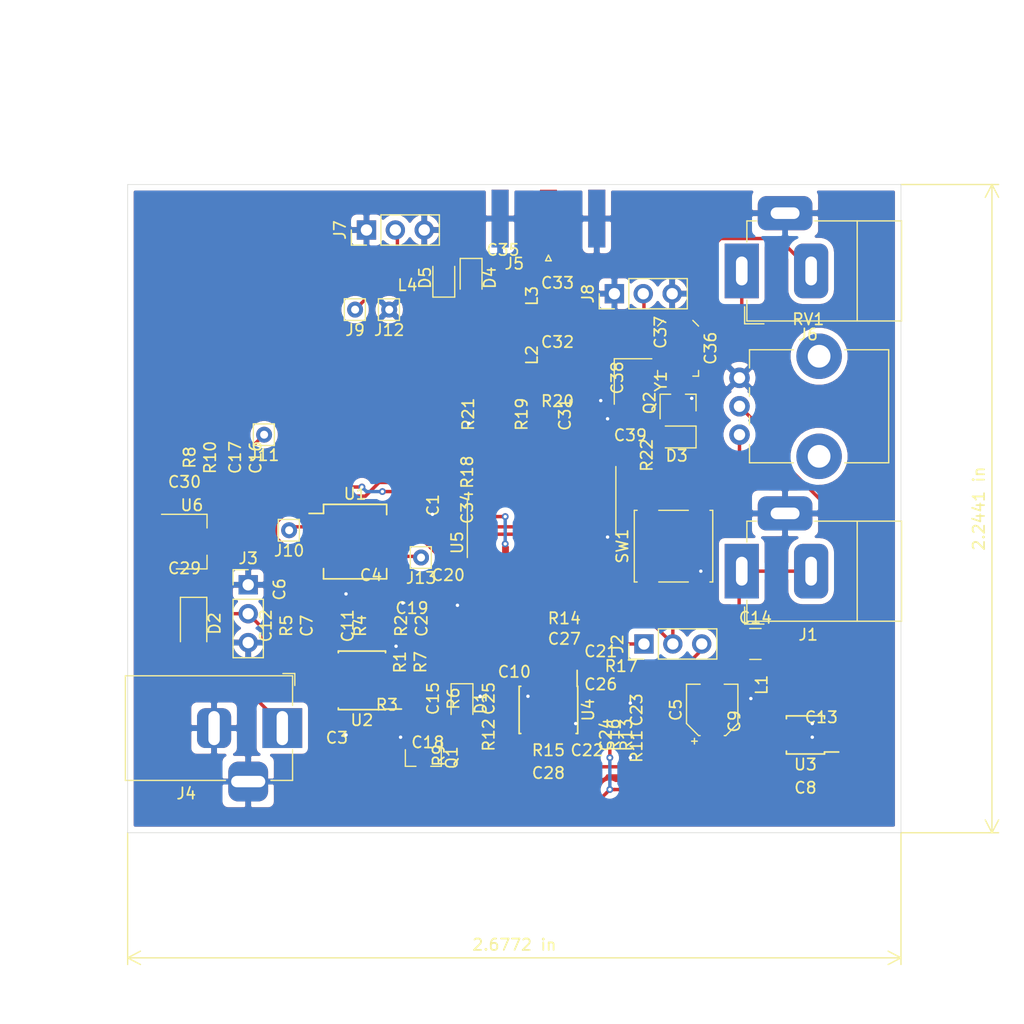
<source format=kicad_pcb>
(kicad_pcb (version 20171130) (host pcbnew "(5.1.2)-1")
  (layers (0 F.Cu signal) (31 B.Cu signal) (34 B.Paste user) (35 F.Paste user) (36 B.SilkS user hide) (37 F.SilkS user) (38 B.Mask user) (39 F.Mask user) (44 Edge.Cuts user))
  (net 0 "")
  (net 1 GND)
  (net 2 +6V)
  (net 3 "Net-(C2-Pad2)")
  (net 4 "Net-(C2-Pad1)")
  (net 5 VCC)
  (net 6 "Net-(C6-Pad1)")
  (net 7 "Net-(C10-Pad2)")
  (net 8 "Net-(C8-Pad2)")
  (net 9 "Net-(C8-Pad1)")
  (net 10 "Net-(C10-Pad1)")
  (net 11 "Net-(C11-Pad1)")
  (net 12 "Net-(C12-Pad1)")
  (net 13 "Net-(C13-Pad2)")
  (net 14 "Net-(C14-Pad1)")
  (net 15 "Net-(C15-Pad2)")
  (net 16 "Net-(C15-Pad1)")
  (net 17 "Net-(C16-Pad1)")
  (net 18 "Net-(C18-Pad1)")
  (net 19 "Net-(C19-Pad1)")
  (net 20 "Net-(C20-Pad1)")
  (net 21 "Net-(C21-Pad2)")
  (net 22 "Net-(C21-Pad1)")
  (net 23 "Net-(C22-Pad2)")
  (net 24 "Net-(C22-Pad1)")
  (net 25 "Net-(C23-Pad2)")
  (net 26 "Net-(C23-Pad1)")
  (net 27 "Net-(C25-Pad1)")
  (net 28 "Net-(C26-Pad1)")
  (net 29 "Net-(C28-Pad1)")
  (net 30 "Net-(C31-Pad2)")
  (net 31 "Net-(C31-Pad1)")
  (net 32 "Net-(C32-Pad2)")
  (net 33 "Net-(C33-Pad2)")
  (net 34 "Net-(C34-Pad2)")
  (net 35 "Net-(C34-Pad1)")
  (net 36 "Net-(C35-Pad1)")
  (net 37 "Net-(C36-Pad2)")
  (net 38 "Net-(C36-Pad1)")
  (net 39 "Net-(C39-Pad1)")
  (net 40 "Net-(D2-Pad2)")
  (net 41 "Net-(D3-Pad2)")
  (net 42 "Net-(D3-Pad1)")
  (net 43 "Net-(L1-Pad1)")
  (net 44 "Net-(R18-Pad1)")
  (net 45 "Net-(R19-Pad2)")
  (net 46 "Net-(RV1-Pad2)")
  (net 47 "Net-(U3-Pad7)")
  (net 48 "Net-(U5-Pad2)")
  (net 49 "Net-(Y1-Pad4)")
  (net 50 "Net-(Y1-Pad2)")
  (net 51 PTT)
  (net 52 SIDETONE)
  (net 53 VFO_0)
  (net 54 VFO_90)
  (net 55 "Net-(J10-Pad1)")
  (net 56 "Net-(J13-Pad1)")
  (net 57 RX)
  (module Button_Switch_SMD:SW_SPST_B3S-1000 (layer F.Cu) (at 170 103.8 90)
    (fp_text reference SW1 (at 0 -4.5 90) (layer F.SilkS))
    (fp_text value SW_Push)
    (pad 2 smd rect (at 3.975 2.25 90) (size 1.55 1.3) (layers F.Cu F.Paste F.Mask) (net 1 GND))
    (pad 2 smd rect (at -3.975 2.25 90) (size 1.55 1.3) (layers F.Cu F.Paste F.Mask) (net 1 GND))
    (pad 1 smd rect (at 3.975 -2.25 90) (size 1.55 1.3) (layers F.Cu F.Paste F.Mask) (net 42 "Net-(D3-Pad1)"))
    (pad 1 smd rect (at -3.975 -2.25 90) (size 1.55 1.3) (layers F.Cu F.Paste F.Mask) (net 42 "Net-(D3-Pad1)"))
  )
  (module Connector_Audio:Jack_Horizontal (layer F.Cu) (at 176 106 180)
    (fp_text reference J1 (at -5.84 -5.59) (layer F.SilkS))
    (fp_text value Audio-Jack-3)
    (pad 3 thru_hole roundrect (at -3.81 5.08 180) (size 4.8 3) (drill oval 2.54 1.02) (layers *.Cu *.Mask) (net 1 GND))
    (pad 1 thru_hole rect (at 0 0 180) (size 3 4.8) (drill oval 1.02 2.54) (layers *.Cu *.Mask) (net 14 "Net-(C14-Pad1)"))
    (pad 2 thru_hole roundrect (at -6.1 0 180) (size 3 4.8) (drill oval 1.02 2.54) (layers *.Cu *.Mask) (net 14 "Net-(C14-Pad1)"))
  )
  (module Connector_Audio:Jack_Horizontal (layer F.Cu) (at 176 79.6 180)
    (fp_text reference J6 (at -5.84 -5.59) (layer F.SilkS))
    (fp_text value Audio-Jack-3)
    (pad 3 thru_hole roundrect (at -3.81 5.08 180) (size 4.8 3) (drill oval 2.54 1.02) (layers *.Cu *.Mask) (net 1 GND))
    (pad 1 thru_hole rect (at 0 0 180) (size 3 4.8) (drill oval 1.02 2.54) (layers *.Cu *.Mask) (net 51 PTT))
    (pad 2 thru_hole roundrect (at -6.1 0 180) (size 3 4.8) (drill oval 1.02 2.54) (layers *.Cu *.Mask) (net 42 "Net-(D3-Pad1)"))
  )
  (module Package_TO_SOT_SMD:SOT-23 (layer F.Cu) (at 170.4 91.2 90)
    (fp_text reference Q2 (at 0 -2.5 90) (layer F.SilkS))
    (fp_text value BS170)
    (pad 3 smd rect (at 1 0 90) (size 0.9 0.8) (layers F.Cu F.Paste F.Mask) (net 37 "Net-(C36-Pad2)"))
    (pad 2 smd rect (at -1 0.95 90) (size 0.9 0.8) (layers F.Cu F.Paste F.Mask) (net 1 GND))
    (pad 1 smd rect (at -1 -0.95 90) (size 0.9 0.8) (layers F.Cu F.Paste F.Mask) (net 41 "Net-(D3-Pad2)"))
  )
  (module Package_TO_SOT_SMD:SOT-23 (layer F.Cu) (at 148 122.4 270)
    (fp_text reference Q1 (at 0 -2.5 90) (layer F.SilkS))
    (fp_text value Q_NPN_BEC)
    (pad 3 smd rect (at 1 0 270) (size 0.9 0.8) (layers F.Cu F.Paste F.Mask) (net 11 "Net-(C11-Pad1)"))
    (pad 2 smd rect (at -1 0.95 270) (size 0.9 0.8) (layers F.Cu F.Paste F.Mask) (net 1 GND))
    (pad 1 smd rect (at -1 -0.95 270) (size 0.9 0.8) (layers F.Cu F.Paste F.Mask) (net 18 "Net-(C18-Pad1)"))
  )
  (module Connector_Pin:Pin_D0.7mm_L6.5mm_W1.8mm_FlatFork (layer F.Cu) (at 147.8 104.8)
    (fp_text reference J13 (at 0 1.8) (layer F.SilkS))
    (fp_text value M5)
    (pad 1 thru_hole circle (at 0 0) (size 1.4 1.4) (drill 0.7) (layers *.Cu *.Mask) (net 56 "Net-(J13-Pad1)"))
  )
  (module Connector_Pin:Pin_D0.7mm_L6.5mm_W1.8mm_FlatFork (layer F.Cu) (at 145 83)
    (fp_text reference J12 (at 0 1.8) (layer F.SilkS))
    (fp_text value M2)
    (pad 1 thru_hole circle (at 0 0) (size 1.4 1.4) (drill 0.7) (layers *.Cu *.Mask) (net 1 GND))
  )
  (module Connector_Pin:Pin_D0.7mm_L6.5mm_W1.8mm_FlatFork (layer F.Cu) (at 134 94)
    (fp_text reference J11 (at 0 1.8) (layer F.SilkS))
    (fp_text value M4)
    (pad 1 thru_hole circle (at 0 0) (size 1.4 1.4) (drill 0.7) (layers *.Cu *.Mask) (net 17 "Net-(C16-Pad1)"))
  )
  (module Connector_Pin:Pin_D0.7mm_L6.5mm_W1.8mm_FlatFork (layer F.Cu) (at 136.2 102.4)
    (fp_text reference J10 (at 0 1.8) (layer F.SilkS))
    (fp_text value M3)
    (pad 1 thru_hole circle (at 0 0) (size 1.4 1.4) (drill 0.7) (layers *.Cu *.Mask) (net 55 "Net-(J10-Pad1)"))
  )
  (module Connector_Pin:Pin_D0.7mm_L6.5mm_W1.8mm_FlatFork (layer F.Cu) (at 142 83)
    (fp_text reference J9 (at 0 1.8) (layer F.SilkS))
    (fp_text value M1)
    (pad 1 thru_hole circle (at 0 0) (size 1.4 1.4) (drill 0.7) (layers *.Cu *.Mask) (net 57 RX))
  )
  (module Connector_PinHeader_2.54mm:PinHeader_1x03_P2.54mm_Vertical (layer F.Cu) (at 167.4 112.4 90)
    (fp_text reference J2 (at 0 -2.33 90) (layer F.SilkS))
    (fp_text value Conn_01x03)
    (pad 3 thru_hole oval (at 0 5.08 90) (size 1.7 1.7) (drill 1) (layers *.Cu *.Mask) (net 23 "Net-(C22-Pad2)"))
    (pad 2 thru_hole oval (at 0 2.54 90) (size 1.7 1.7) (drill 1) (layers *.Cu *.Mask) (net 10 "Net-(C10-Pad1)"))
    (pad 1 thru_hole rect (at 0 0 90) (size 1.7 1.7) (drill 1) (layers *.Cu *.Mask) (net 22 "Net-(C21-Pad1)"))
  )
  (module Diode_SMD:D_0805_2012Metric (layer F.Cu) (at 170.28 94.2 180)
    (fp_text reference D3 (at 0 -1.65) (layer F.SilkS))
    (fp_text value 1N4148)
    (pad 2 smd rect (at 0.88 0 180) (size 1.12 1.4) (layers F.Cu F.Paste F.Mask) (net 41 "Net-(D3-Pad2)"))
    (pad 1 smd rect (at -0.88 0 180) (size 1.12 1.4) (layers F.Cu F.Paste F.Mask) (net 42 "Net-(D3-Pad1)"))
  )
  (module Resistor_SMD:R_0603_1608Metric (layer F.Cu) (at 150.8 122.2 90)
    (fp_text reference R9 (at 0 -1.45 90) (layer F.SilkS))
    (fp_text value 10k)
    (pad 2 smd rect (at 0.8 0 90) (size 0.82 1) (layers F.Cu F.Paste F.Mask) (net 18 "Net-(C18-Pad1)"))
    (pad 1 smd rect (at -0.8 0 90) (size 0.82 1) (layers F.Cu F.Paste F.Mask) (net 11 "Net-(C11-Pad1)"))
  )
  (module Resistor_SMD:R_0603_1608Metric (layer F.Cu) (at 149.2 114 90)
    (fp_text reference R7 (at 0 -1.45 90) (layer F.SilkS))
    (fp_text value 100R)
    (pad 2 smd rect (at 0.8 0 90) (size 0.82 1) (layers F.Cu F.Paste F.Mask) (net 20 "Net-(C20-Pad1)"))
    (pad 1 smd rect (at -0.8 0 90) (size 0.82 1) (layers F.Cu F.Paste F.Mask) (net 16 "Net-(C15-Pad1)"))
  )
  (module Package_TO_SOT_SMD:SOT-89-3 (layer F.Cu) (at 127.2 103.4)
    (fp_text reference U6 (at 0.45 -3.2) (layer F.SilkS))
    (fp_text value L78L06_SOT89)
    (pad 2 smd trapezoid (at -0.0762 0 90) (size 1.5 1) (rect_delta 0 0.7) (layers F.Cu F.Paste F.Mask) (net 1 GND))
    (pad 2 smd rect (at 1.3335 0 270) (size 2.2 1.84) (layers F.Cu F.Paste F.Mask) (net 1 GND))
    (pad 3 smd rect (at -1.48 1.5 270) (size 1 1.5) (layers F.Cu F.Paste F.Mask) (net 5 VCC))
    (pad 2 smd rect (at -1.3335 0 270) (size 1 1.8) (layers F.Cu F.Paste F.Mask) (net 1 GND))
    (pad 1 smd rect (at -1.48 -1.5 270) (size 1 1.5) (layers F.Cu F.Paste F.Mask) (net 2 +6V))
    (pad 2 smd trapezoid (at 2.667 0 270) (size 1.6 0.85) (rect_delta 0 0.6) (layers F.Cu F.Paste F.Mask) (net 1 GND))
  )
  (module Crystal:Crystal_SMD_3225-4Pin_3.2x2.5mm (layer F.Cu) (at 166.44 89.32 270)
    (fp_text reference Y1 (at 0 -2.45 90) (layer F.SilkS))
    (fp_text value Crystal_GND24)
    (pad 4 smd rect (at -1.1 -0.85 270) (size 1.4 1.2) (layers F.Cu F.Paste F.Mask) (net 49 "Net-(Y1-Pad4)"))
    (pad 3 smd rect (at 1.1 -0.85 270) (size 1.4 1.2) (layers F.Cu F.Paste F.Mask) (net 39 "Net-(C39-Pad1)"))
    (pad 2 smd rect (at 1.1 0.85 270) (size 1.4 1.2) (layers F.Cu F.Paste F.Mask) (net 50 "Net-(Y1-Pad2)"))
    (pad 1 smd rect (at -1.1 0.85 270) (size 1.4 1.2) (layers F.Cu F.Paste F.Mask) (net 38 "Net-(C36-Pad1)"))
  )
  (module Package_SO:SO-20_12.8x7.5mm_P1.27mm (layer F.Cu) (at 158.4 99.8 90)
    (fp_text reference U5 (at -3.69 -7.42 90) (layer F.SilkS))
    (fp_text value 74HC240)
    (pad 20 smd rect (at 4.75 -5.715 90) (size 1.5 0.6) (layers F.Cu F.Paste F.Mask) (net 2 +6V))
    (pad 19 smd rect (at 4.75 -4.445 90) (size 1.5 0.6) (layers F.Cu F.Paste F.Mask) (net 1 GND))
    (pad 18 smd rect (at 4.75 -3.175 90) (size 1.5 0.6) (layers F.Cu F.Paste F.Mask) (net 45 "Net-(R19-Pad2)"))
    (pad 17 smd rect (at 4.75 -1.905 90) (size 1.5 0.6) (layers F.Cu F.Paste F.Mask) (net 44 "Net-(R18-Pad1)"))
    (pad 16 smd rect (at 4.75 -0.635 90) (size 1.5 0.6) (layers F.Cu F.Paste F.Mask) (net 30 "Net-(C31-Pad2)"))
    (pad 15 smd rect (at 4.75 0.635 90) (size 1.5 0.6) (layers F.Cu F.Paste F.Mask) (net 53 VFO_0))
    (pad 14 smd rect (at 4.75 1.905 90) (size 1.5 0.6) (layers F.Cu F.Paste F.Mask) (net 30 "Net-(C31-Pad2)"))
    (pad 13 smd rect (at 4.75 3.175 90) (size 1.5 0.6) (layers F.Cu F.Paste F.Mask) (net 39 "Net-(C39-Pad1)"))
    (pad 12 smd rect (at 4.75 4.445 90) (size 1.5 0.6) (layers F.Cu F.Paste F.Mask) (net 30 "Net-(C31-Pad2)"))
    (pad 11 smd rect (at 4.75 5.715 90) (size 1.5 0.6) (layers F.Cu F.Paste F.Mask) (net 38 "Net-(C36-Pad1)"))
    (pad 10 smd rect (at -4.75 5.715 90) (size 1.5 0.6) (layers F.Cu F.Paste F.Mask) (net 1 GND))
    (pad 9 smd rect (at -4.75 4.445 90) (size 1.5 0.6) (layers F.Cu F.Paste F.Mask) (net 39 "Net-(C39-Pad1)"))
    (pad 8 smd rect (at -4.75 3.175 90) (size 1.5 0.6) (layers F.Cu F.Paste F.Mask) (net 39 "Net-(C39-Pad1)"))
    (pad 7 smd rect (at -4.75 1.905 90) (size 1.5 0.6) (layers F.Cu F.Paste F.Mask) (net 53 VFO_0))
    (pad 1 smd rect (at -4.75 -5.715 90) (size 1.5 0.6) (layers F.Cu F.Paste F.Mask) (net 41 "Net-(D3-Pad2)"))
    (pad 2 smd rect (at -4.75 -4.445 90) (size 1.5 0.6) (layers F.Cu F.Paste F.Mask) (net 48 "Net-(U5-Pad2)"))
    (pad 3 smd rect (at -4.75 -3.175 90) (size 1.5 0.6) (layers F.Cu F.Paste F.Mask) (net 34 "Net-(C34-Pad2)"))
    (pad 4 smd rect (at -4.75 -1.905 90) (size 1.5 0.6) (layers F.Cu F.Paste F.Mask) (net 39 "Net-(C39-Pad1)"))
    (pad 5 smd rect (at -4.75 -0.635 90) (size 1.5 0.6) (layers F.Cu F.Paste F.Mask) (net 54 VFO_90))
    (pad 6 smd rect (at -4.75 0.635 90) (size 1.5 0.6) (layers F.Cu F.Paste F.Mask) (net 39 "Net-(C39-Pad1)"))
  )
  (module Package_SO:SOIC-8_3.9x4.9mm_P1.27mm (layer F.Cu) (at 159 118.2 270)
    (fp_text reference U4 (at 0 -3.5 90) (layer F.SilkS))
    (fp_text value TL082)
    (pad 8 smd rect (at 2.7 -1.905 270) (size 1.55 0.6) (layers F.Cu F.Paste F.Mask) (net 5 VCC))
    (pad 7 smd rect (at 2.7 -0.635 270) (size 1.55 0.6) (layers F.Cu F.Paste F.Mask) (net 24 "Net-(C22-Pad1)"))
    (pad 6 smd rect (at 2.7 0.635 270) (size 1.55 0.6) (layers F.Cu F.Paste F.Mask) (net 29 "Net-(C28-Pad1)"))
    (pad 5 smd rect (at 2.7 1.905 270) (size 1.55 0.6) (layers F.Cu F.Paste F.Mask) (net 28 "Net-(C26-Pad1)"))
    (pad 4 smd rect (at -2.7 1.905 270) (size 1.55 0.6) (layers F.Cu F.Paste F.Mask) (net 1 GND))
    (pad 3 smd rect (at -2.7 0.635 270) (size 1.55 0.6) (layers F.Cu F.Paste F.Mask) (net 28 "Net-(C26-Pad1)"))
    (pad 2 smd rect (at -2.7 -0.635 270) (size 1.55 0.6) (layers F.Cu F.Paste F.Mask) (net 25 "Net-(C23-Pad2)"))
    (pad 1 smd rect (at -2.7 -1.905 270) (size 1.55 0.6) (layers F.Cu F.Paste F.Mask) (net 21 "Net-(C21-Pad2)"))
  )
  (module Package_SO:MSOP-8_3x3mm_P0.65mm (layer F.Cu) (at 181.6 120.4 180)
    (fp_text reference U3 (at 0 -2.6) (layer F.SilkS))
    (fp_text value LM386)
    (pad 8 smd rect (at 2.2 -0.975 180) (size 1.45 0.45) (layers F.Cu F.Paste F.Mask) (net 8 "Net-(C8-Pad2)"))
    (pad 7 smd rect (at 2.2 -0.325 180) (size 1.45 0.45) (layers F.Cu F.Paste F.Mask) (net 47 "Net-(U3-Pad7)"))
    (pad 6 smd rect (at 2.2 0.325 180) (size 1.45 0.45) (layers F.Cu F.Paste F.Mask) (net 5 VCC))
    (pad 5 smd rect (at 2.2 0.975 180) (size 1.45 0.45) (layers F.Cu F.Paste F.Mask) (net 43 "Net-(L1-Pad1)"))
    (pad 4 smd rect (at -2.2 0.975 180) (size 1.45 0.45) (layers F.Cu F.Paste F.Mask) (net 1 GND))
    (pad 3 smd rect (at -2.2 0.325 180) (size 1.45 0.45) (layers F.Cu F.Paste F.Mask) (net 46 "Net-(RV1-Pad2)"))
    (pad 2 smd rect (at -2.2 -0.325 180) (size 1.45 0.45) (layers F.Cu F.Paste F.Mask) (net 1 GND))
    (pad 1 smd rect (at -2.2 -0.975 180) (size 1.45 0.45) (layers F.Cu F.Paste F.Mask) (net 9 "Net-(C8-Pad1)"))
  )
  (module Package_SO:SOIC-8_3.9x4.9mm_P1.27mm (layer F.Cu) (at 142.6 115.6 180)
    (fp_text reference U2 (at 0 -3.5) (layer F.SilkS))
    (fp_text value TL082)
    (pad 8 smd rect (at 2.7 -1.905 180) (size 1.55 0.6) (layers F.Cu F.Paste F.Mask) (net 5 VCC))
    (pad 7 smd rect (at 2.7 -0.635 180) (size 1.55 0.6) (layers F.Cu F.Paste F.Mask) (net 7 "Net-(C10-Pad2)"))
    (pad 6 smd rect (at 2.7 0.635 180) (size 1.55 0.6) (layers F.Cu F.Paste F.Mask) (net 7 "Net-(C10-Pad2)"))
    (pad 5 smd rect (at 2.7 1.905 180) (size 1.55 0.6) (layers F.Cu F.Paste F.Mask) (net 12 "Net-(C12-Pad1)"))
    (pad 4 smd rect (at -2.7 1.905 180) (size 1.55 0.6) (layers F.Cu F.Paste F.Mask) (net 1 GND))
    (pad 3 smd rect (at -2.7 0.635 180) (size 1.55 0.6) (layers F.Cu F.Paste F.Mask) (net 3 "Net-(C2-Pad2)"))
    (pad 2 smd rect (at -2.7 -0.635 180) (size 1.55 0.6) (layers F.Cu F.Paste F.Mask) (net 16 "Net-(C15-Pad1)"))
    (pad 1 smd rect (at -2.7 -1.905 180) (size 1.55 0.6) (layers F.Cu F.Paste F.Mask) (net 15 "Net-(C15-Pad2)"))
  )
  (module Package_SO:SSOP-14_5.3x6.2mm_P0.65mm (layer F.Cu) (at 142 103.4)
    (fp_text reference U1 (at 0 -4.2) (layer F.SilkS))
    (fp_text value 4066)
    (pad 14 smd rect (at 3.45 -1.95) (size 1.2 0.4) (layers F.Cu F.Paste F.Mask) (net 2 +6V))
    (pad 13 smd rect (at 3.45 -1.3) (size 1.2 0.4) (layers F.Cu F.Paste F.Mask) (net 53 VFO_0))
    (pad 12 smd rect (at 3.45 -0.65) (size 1.2 0.4) (layers F.Cu F.Paste F.Mask) (net 54 VFO_90))
    (pad 11 smd rect (at 3.45 0) (size 1.2 0.4) (layers F.Cu F.Paste F.Mask) (net 20 "Net-(C20-Pad1)"))
    (pad 10 smd rect (at 3.45 0.65) (size 1.2 0.4) (layers F.Cu F.Paste F.Mask) (net 56 "Net-(J13-Pad1)"))
    (pad 9 smd rect (at 3.45 1.3) (size 1.2 0.4) (layers F.Cu F.Paste F.Mask) (net 56 "Net-(J13-Pad1)"))
    (pad 8 smd rect (at 3.45 1.95) (size 1.2 0.4) (layers F.Cu F.Paste F.Mask) (net 19 "Net-(C19-Pad1)"))
    (pad 7 smd rect (at -3.45 1.95) (size 1.2 0.4) (layers F.Cu F.Paste F.Mask) (net 1 GND))
    (pad 6 smd rect (at -3.45 1.3) (size 1.2 0.4) (layers F.Cu F.Paste F.Mask) (net 53 VFO_0))
    (pad 5 smd rect (at -3.45 0.65) (size 1.2 0.4) (layers F.Cu F.Paste F.Mask) (net 54 VFO_90))
    (pad 4 smd rect (at -3.45 0) (size 1.2 0.4) (layers F.Cu F.Paste F.Mask) (net 19 "Net-(C19-Pad1)"))
    (pad 3 smd rect (at -3.45 -0.65) (size 1.2 0.4) (layers F.Cu F.Paste F.Mask) (net 55 "Net-(J10-Pad1)"))
    (pad 2 smd rect (at -3.45 -1.3) (size 1.2 0.4) (layers F.Cu F.Paste F.Mask) (net 55 "Net-(J10-Pad1)"))
    (pad 1 smd rect (at -3.45 -1.95) (size 1.2 0.4) (layers F.Cu F.Paste F.Mask) (net 20 "Net-(C20-Pad1)"))
  )
  (module Potentiometer_THT:Potentiometer_Bourns_PTV09A-1_Single_Vertical (layer F.Cu) (at 175.8 94)
    (fp_text reference RV1 (at 6.05 -10.15) (layer F.SilkS))
    (fp_text value 10k/G)
    (pad "" np_thru_hole circle (at 7 1.9) (size 4 4) (drill 2) (layers *.Cu *.Mask))
    (pad "" np_thru_hole circle (at 7 -6.9) (size 4 4) (drill 2) (layers *.Cu *.Mask))
    (pad 1 thru_hole circle (at 0 0) (size 1.8 1.8) (drill 1) (layers *.Cu *.Mask) (net 10 "Net-(C10-Pad1)"))
    (pad 2 thru_hole circle (at 0 -2.5) (size 1.8 1.8) (drill 1) (layers *.Cu *.Mask) (net 46 "Net-(RV1-Pad2)"))
    (pad 3 thru_hole circle (at 0 -5) (size 1.8 1.8) (drill 1) (layers *.Cu *.Mask) (net 1 GND))
  )
  (module Resistor_SMD:R_0603_1608Metric (layer F.Cu) (at 166.2 95.8 270)
    (fp_text reference R22 (at 0 -1.45 90) (layer F.SilkS))
    (fp_text value 47k)
    (pad 2 smd rect (at 0.8 0 270) (size 0.82 1) (layers F.Cu F.Paste F.Mask) (net 39 "Net-(C39-Pad1)"))
    (pad 1 smd rect (at -0.8 0 270) (size 0.82 1) (layers F.Cu F.Paste F.Mask) (net 38 "Net-(C36-Pad1)"))
  )
  (module Resistor_SMD:R_0603_1608Metric (layer F.Cu) (at 153.4 92.2 90)
    (fp_text reference R21 (at 0 -1.45 90) (layer F.SilkS))
    (fp_text value 3k3)
    (pad 2 smd rect (at 0.8 0 90) (size 0.82 1) (layers F.Cu F.Paste F.Mask) (net 52 SIDETONE))
    (pad 1 smd rect (at -0.8 0 90) (size 0.82 1) (layers F.Cu F.Paste F.Mask) (net 1 GND))
  )
  (module Resistor_SMD:R_0603_1608Metric (layer F.Cu) (at 159.8 89.6 180)
    (fp_text reference R20 (at 0 -1.45) (layer F.SilkS))
    (fp_text value 3k3)
    (pad 2 smd rect (at 0.8 0 180) (size 0.82 1) (layers F.Cu F.Paste F.Mask) (net 31 "Net-(C31-Pad1)"))
    (pad 1 smd rect (at -0.8 0 180) (size 0.82 1) (layers F.Cu F.Paste F.Mask) (net 1 GND))
  )
  (module Resistor_SMD:R_0603_1608Metric (layer F.Cu) (at 155.2 92.2 270)
    (fp_text reference R19 (at 0 -1.45 90) (layer F.SilkS))
    (fp_text value 10k)
    (pad 2 smd rect (at 0.8 0 270) (size 0.82 1) (layers F.Cu F.Paste F.Mask) (net 45 "Net-(R19-Pad2)"))
    (pad 1 smd rect (at -0.8 0 270) (size 0.82 1) (layers F.Cu F.Paste F.Mask) (net 52 SIDETONE))
  )
  (module Resistor_SMD:R_0603_1608Metric (layer F.Cu) (at 150.41 97.29 270)
    (fp_text reference R18 (at 0 -1.45 90) (layer F.SilkS))
    (fp_text value 6k8)
    (pad 2 smd rect (at 0.8 0 270) (size 0.82 1) (layers F.Cu F.Paste F.Mask) (net 35 "Net-(C34-Pad1)"))
    (pad 1 smd rect (at -0.8 0 270) (size 0.82 1) (layers F.Cu F.Paste F.Mask) (net 44 "Net-(R18-Pad1)"))
  )
  (module Resistor_SMD:R_0603_1608Metric (layer F.Cu) (at 165.4 115.8)
    (fp_text reference R17 (at 0 -1.45) (layer F.SilkS))
    (fp_text value 1k8)
    (pad 2 smd rect (at 0.8 0) (size 0.82 1) (layers F.Cu F.Paste F.Mask) (net 25 "Net-(C23-Pad2)"))
    (pad 1 smd rect (at -0.8 0) (size 0.82 1) (layers F.Cu F.Paste F.Mask) (net 1 GND))
  )
  (module Resistor_SMD:R_0603_1608Metric (layer F.Cu) (at 166.2 120.4 90)
    (fp_text reference R16 (at 0 -1.45 90) (layer F.SilkS))
    (fp_text value 3k3)
    (pad 2 smd rect (at 0.8 0 90) (size 0.82 1) (layers F.Cu F.Paste F.Mask) (net 28 "Net-(C26-Pad1)"))
    (pad 1 smd rect (at -0.8 0 90) (size 0.82 1) (layers F.Cu F.Paste F.Mask) (net 1 GND))
  )
  (module Resistor_SMD:R_0603_1608Metric (layer F.Cu) (at 159 123.2)
    (fp_text reference R15 (at 0 -1.45) (layer F.SilkS))
    (fp_text value 680k)
    (pad 2 smd rect (at 0.8 0) (size 0.82 1) (layers F.Cu F.Paste F.Mask) (net 24 "Net-(C22-Pad1)"))
    (pad 1 smd rect (at -0.8 0) (size 0.82 1) (layers F.Cu F.Paste F.Mask) (net 29 "Net-(C28-Pad1)"))
  )
  (module Resistor_SMD:R_0603_1608Metric (layer F.Cu) (at 160.4 111.6)
    (fp_text reference R14 (at 0 -1.45) (layer F.SilkS))
    (fp_text value 120k)
    (pad 2 smd rect (at 0.8 0) (size 0.82 1) (layers F.Cu F.Paste F.Mask) (net 21 "Net-(C21-Pad2)"))
    (pad 1 smd rect (at -0.8 0) (size 0.82 1) (layers F.Cu F.Paste F.Mask) (net 25 "Net-(C23-Pad2)"))
  )
  (module Resistor_SMD:R_0603_1608Metric (layer F.Cu) (at 164.4 120.4 270)
    (fp_text reference R13 (at 0 -1.45 90) (layer F.SilkS))
    (fp_text value 3k3)
    (pad 2 smd rect (at 0.8 0 270) (size 0.82 1) (layers F.Cu F.Paste F.Mask) (net 5 VCC))
    (pad 1 smd rect (at -0.8 0 270) (size 0.82 1) (layers F.Cu F.Paste F.Mask) (net 28 "Net-(C26-Pad1)"))
  )
  (module Resistor_SMD:R_0603_1608Metric (layer F.Cu) (at 155.2 120.4 90)
    (fp_text reference R12 (at 0 -1.45 90) (layer F.SilkS))
    (fp_text value 5k6)
    (pad 2 smd rect (at 0.8 0 90) (size 0.82 1) (layers F.Cu F.Paste F.Mask) (net 27 "Net-(C25-Pad1)"))
    (pad 1 smd rect (at -0.8 0 90) (size 0.82 1) (layers F.Cu F.Paste F.Mask) (net 29 "Net-(C28-Pad1)"))
  )
  (module Resistor_SMD:R_0603_1608Metric (layer F.Cu) (at 168.2 121.4 90)
    (fp_text reference R11 (at 0 -1.45 90) (layer F.SilkS))
    (fp_text value 47k)
    (pad 2 smd rect (at 0.8 0 90) (size 0.82 1) (layers F.Cu F.Paste F.Mask) (net 26 "Net-(C23-Pad1)"))
    (pad 1 smd rect (at -0.8 0 90) (size 0.82 1) (layers F.Cu F.Paste F.Mask) (net 23 "Net-(C22-Pad2)"))
  )
  (module Resistor_SMD:R_0603_1608Metric (layer F.Cu) (at 127.8 96 270)
    (fp_text reference R10 (at 0 -1.45 90) (layer F.SilkS))
    (fp_text value 1k5)
    (pad 2 smd rect (at 0.8 0 270) (size 0.82 1) (layers F.Cu F.Paste F.Mask) (net 1 GND))
    (pad 1 smd rect (at -0.8 0 270) (size 0.82 1) (layers F.Cu F.Paste F.Mask) (net 17 "Net-(C16-Pad1)"))
  )
  (module Resistor_SMD:R_0603_1608Metric (layer F.Cu) (at 126 96 270)
    (fp_text reference R8 (at 0 -1.45 90) (layer F.SilkS))
    (fp_text value 1k5)
    (pad 2 smd rect (at 0.8 0 270) (size 0.82 1) (layers F.Cu F.Paste F.Mask) (net 2 +6V))
    (pad 1 smd rect (at -0.8 0 270) (size 0.82 1) (layers F.Cu F.Paste F.Mask) (net 17 "Net-(C16-Pad1)"))
  )
  (module Resistor_SMD:R_0603_1608Metric (layer F.Cu) (at 149.2 117.2 270)
    (fp_text reference R6 (at 0 -1.45 90) (layer F.SilkS))
    (fp_text value 10k)
    (pad 2 smd rect (at 0.8 0 270) (size 0.82 1) (layers F.Cu F.Paste F.Mask) (net 15 "Net-(C15-Pad2)"))
    (pad 1 smd rect (at -0.8 0 270) (size 0.82 1) (layers F.Cu F.Paste F.Mask) (net 16 "Net-(C15-Pad1)"))
  )
  (module Resistor_SMD:R_0603_1608Metric (layer F.Cu) (at 137.4 110.8 90)
    (fp_text reference R5 (at 0 -1.45 90) (layer F.SilkS))
    (fp_text value 100k)
    (pad 2 smd rect (at 0.8 0 90) (size 0.82 1) (layers F.Cu F.Paste F.Mask) (net 6 "Net-(C6-Pad1)"))
    (pad 1 smd rect (at -0.8 0 90) (size 0.82 1) (layers F.Cu F.Paste F.Mask) (net 12 "Net-(C12-Pad1)"))
  )
  (module Resistor_SMD:R_0603_1608Metric (layer F.Cu) (at 141 110.8 270)
    (fp_text reference R4 (at 0 -1.45 90) (layer F.SilkS))
    (fp_text value 33k)
    (pad 2 smd rect (at 0.8 0 270) (size 0.82 1) (layers F.Cu F.Paste F.Mask) (net 11 "Net-(C11-Pad1)"))
    (pad 1 smd rect (at -0.8 0 270) (size 0.82 1) (layers F.Cu F.Paste F.Mask) (net 6 "Net-(C6-Pad1)"))
  )
  (module Resistor_SMD:R_0603_1608Metric (layer F.Cu) (at 144.8 119.2)
    (fp_text reference R3 (at 0 -1.45) (layer F.SilkS))
    (fp_text value 2k7)
    (pad 2 smd rect (at 0.8 0) (size 0.82 1) (layers F.Cu F.Paste F.Mask) (net 15 "Net-(C15-Pad2)"))
    (pad 1 smd rect (at -0.8 0) (size 0.82 1) (layers F.Cu F.Paste F.Mask) (net 11 "Net-(C11-Pad1)"))
  )
  (module Resistor_SMD:R_0603_1608Metric (layer F.Cu) (at 144.6 110.8 270)
    (fp_text reference R2 (at 0 -1.45 90) (layer F.SilkS))
    (fp_text value 10k)
    (pad 2 smd rect (at 0.8 0 270) (size 0.82 1) (layers F.Cu F.Paste F.Mask) (net 3 "Net-(C2-Pad2)"))
    (pad 1 smd rect (at -0.8 0 270) (size 0.82 1) (layers F.Cu F.Paste F.Mask) (net 4 "Net-(C2-Pad1)"))
  )
  (module Resistor_SMD:R_0603_1608Metric (layer F.Cu) (at 147.4 114 90)
    (fp_text reference R1 (at 0 -1.45 90) (layer F.SilkS))
    (fp_text value 100R)
    (pad 2 smd rect (at 0.8 0 90) (size 0.82 1) (layers F.Cu F.Paste F.Mask) (net 19 "Net-(C19-Pad1)"))
    (pad 1 smd rect (at -0.8 0 90) (size 0.82 1) (layers F.Cu F.Paste F.Mask) (net 3 "Net-(C2-Pad2)"))
  )
  (module Capacitor_SMD:C_0805_2012Metric (layer F.Cu) (at 146.6 79.2 180)
    (fp_text reference L4 (at 0 -1.65) (layer F.SilkS))
    (fp_text value 4u7)
    (pad 2 smd rect (at 0.88 0 180) (size 1.12 1.4) (layers F.Cu F.Paste F.Mask) (net 57 RX))
    (pad 1 smd rect (at -0.88 0 180) (size 1.12 1.4) (layers F.Cu F.Paste F.Mask) (net 36 "Net-(C35-Pad1)"))
  )
  (module Capacitor_SMD:C_0603_1608Metric (layer F.Cu) (at 159 81.8 90)
    (fp_text reference L3 (at 0 -1.45 90) (layer F.SilkS))
    (fp_text value 470n)
    (pad 2 smd rect (at 0.8 0 90) (size 0.82 1) (layers F.Cu F.Paste F.Mask) (net 33 "Net-(C33-Pad2)"))
    (pad 1 smd rect (at -0.8 0 90) (size 0.82 1) (layers F.Cu F.Paste F.Mask) (net 32 "Net-(C32-Pad2)"))
  )
  (module Capacitor_SMD:C_0603_1608Metric (layer F.Cu) (at 159 87 90)
    (fp_text reference L2 (at 0 -1.45 90) (layer F.SilkS))
    (fp_text value 220n)
    (pad 2 smd rect (at 0.8 0 90) (size 0.82 1) (layers F.Cu F.Paste F.Mask) (net 32 "Net-(C32-Pad2)"))
    (pad 1 smd rect (at -0.8 0 90) (size 0.82 1) (layers F.Cu F.Paste F.Mask) (net 31 "Net-(C31-Pad1)"))
  )
  (module Capacitor_SMD:C_0805_2012Metric (layer F.Cu) (at 179.4 116 90)
    (fp_text reference L1 (at 0 -1.65 90) (layer F.SilkS))
    (fp_text value 330u)
    (pad 2 smd rect (at 0.88 0 90) (size 1.12 1.4) (layers F.Cu F.Paste F.Mask) (net 13 "Net-(C13-Pad2)"))
    (pad 1 smd rect (at -0.88 0 90) (size 1.12 1.4) (layers F.Cu F.Paste F.Mask) (net 43 "Net-(L1-Pad1)"))
  )
  (module Connector_PinHeader_2.54mm:PinHeader_1x03_P2.54mm_Vertical (layer F.Cu) (at 164.8 81.6 90)
    (fp_text reference J8 (at 0 -2.33 90) (layer F.SilkS))
    (fp_text value Conn_01x03)
    (pad 3 thru_hole oval (at 0 5.08 90) (size 1.7 1.7) (drill 1) (layers *.Cu *.Mask) (net 1 GND))
    (pad 2 thru_hole oval (at 0 2.54 90) (size 1.7 1.7) (drill 1) (layers *.Cu *.Mask) (net 38 "Net-(C36-Pad1)"))
    (pad 1 thru_hole rect (at 0 0 90) (size 1.7 1.7) (drill 1) (layers *.Cu *.Mask) (net 1 GND))
  )
  (module Connector_PinHeader_2.54mm:PinHeader_1x03_P2.54mm_Vertical (layer F.Cu) (at 143 76 90)
    (fp_text reference J7 (at 0 -2.33 90) (layer F.SilkS))
    (fp_text value Conn_01x03)
    (pad 3 thru_hole oval (at 0 5.08 90) (size 1.7 1.7) (drill 1) (layers *.Cu *.Mask) (net 1 GND))
    (pad 2 thru_hole oval (at 0 2.54 90) (size 1.7 1.7) (drill 1) (layers *.Cu *.Mask) (net 57 RX))
    (pad 1 thru_hole rect (at 0 0 90) (size 1.7 1.7) (drill 1) (layers *.Cu *.Mask) (net 1 GND))
  )
  (module Connector_Coaxial:SMA_Amphenol_132289_EdgeMount (layer F.Cu) (at 159 75 90)
    (fp_text reference J5 (at -3.96 -3) (layer F.SilkS))
    (fp_text value SMA)
    (pad 1 smd rect (at 0 0 180) (size 1.5 5.08) (layers F.Cu F.Paste F.Mask) (net 33 "Net-(C33-Pad2)"))
    (pad 2 smd rect (at 0 -4.25 180) (size 1.5 5.08) (layers F.Cu F.Paste F.Mask) (net 1 GND))
    (pad 2 smd rect (at 0 4.25 180) (size 1.5 5.08) (layers F.Cu F.Paste F.Mask) (net 1 GND))
    (pad 2 smd rect (at 0 -4.25 180) (size 1.5 5.08) (layers B.Cu B.Paste B.Mask) (net 1 GND))
    (pad 2 smd rect (at 0 4.25 180) (size 1.5 5.08) (layers B.Cu B.Paste B.Mask) (net 1 GND))
  )
  (module Connector_BarrelJack:BarrelJack_Horizontal (layer F.Cu) (at 135.6 119.8)
    (fp_text reference J4 (at -8.45 5.75) (layer F.SilkS))
    (fp_text value Jack-DC)
    (pad 3 thru_hole roundrect (at -3 4.7) (size 3.5 3.5) (drill oval 3 1) (layers *.Cu *.Mask) (net 1 GND))
    (pad 2 thru_hole roundrect (at -6 0) (size 3 3.5) (drill oval 1 3) (layers *.Cu *.Mask) (net 1 GND))
    (pad 1 thru_hole rect (at 0 0) (size 3.5 3.5) (drill oval 1 3) (layers *.Cu *.Mask) (net 40 "Net-(D2-Pad2)"))
  )
  (module Connector_PinHeader_2.54mm:PinHeader_1x03_P2.54mm_Vertical (layer F.Cu) (at 132.6 107.2)
    (fp_text reference J3 (at 0 -2.33) (layer F.SilkS))
    (fp_text value Conn_01x03)
    (pad 3 thru_hole oval (at 0 5.08) (size 1.7 1.7) (drill 1) (layers *.Cu *.Mask) (net 1 GND))
    (pad 2 thru_hole oval (at 0 2.54) (size 1.7 1.7) (drill 1) (layers *.Cu *.Mask) (net 5 VCC))
    (pad 1 thru_hole rect (at 0 0) (size 1.7 1.7) (drill 1) (layers *.Cu *.Mask) (net 1 GND))
  )
  (module Diode_SMD:D_0805_2012Metric (layer F.Cu) (at 149.8 80.2 90)
    (fp_text reference D5 (at 0 -1.65 90) (layer F.SilkS))
    (fp_text value 1N4148)
    (pad 2 smd rect (at 0.88 0 90) (size 1.12 1.4) (layers F.Cu F.Paste F.Mask) (net 36 "Net-(C35-Pad1)"))
    (pad 1 smd rect (at -0.88 0 90) (size 1.12 1.4) (layers F.Cu F.Paste F.Mask) (net 1 GND))
  )
  (module Diode_SMD:D_0805_2012Metric (layer F.Cu) (at 152.2 80.2 270)
    (fp_text reference D4 (at 0 -1.65 90) (layer F.SilkS))
    (fp_text value 1N4148)
    (pad 2 smd rect (at 0.88 0 270) (size 1.12 1.4) (layers F.Cu F.Paste F.Mask) (net 1 GND))
    (pad 1 smd rect (at -0.88 0 270) (size 1.12 1.4) (layers F.Cu F.Paste F.Mask) (net 36 "Net-(C35-Pad1)"))
  )
  (module Diode_SMD:D_1206_3216Metric (layer F.Cu) (at 127.8 110.6 270)
    (fp_text reference D2 (at 0 -1.85 90) (layer F.SilkS))
    (fp_text value 1N5818)
    (pad 2 smd rect (at 1.43 0 270) (size 1.22 1.8) (layers F.Cu F.Paste F.Mask) (net 40 "Net-(D2-Pad2)"))
    (pad 1 smd rect (at -1.43 0 270) (size 1.22 1.8) (layers F.Cu F.Paste F.Mask) (net 5 VCC))
  )
  (module Diode_SMD:D_0805_2012Metric (layer F.Cu) (at 151.4 117.6 270)
    (fp_text reference D1 (at 0 -1.65 90) (layer F.SilkS))
    (fp_text value 1N4148)
    (pad 2 smd rect (at 0.88 0 270) (size 1.12 1.4) (layers F.Cu F.Paste F.Mask) (net 18 "Net-(C18-Pad1)"))
    (pad 1 smd rect (at -0.88 0 270) (size 1.12 1.4) (layers F.Cu F.Paste F.Mask) (net 51 PTT))
  )
  (module Capacitor_SMD:C_0603_1608Metric (layer F.Cu) (at 166.2 92.6 180)
    (fp_text reference C39 (at 0 -1.45) (layer F.SilkS))
    (fp_text value 47p)
    (pad 2 smd rect (at 0.8 0 180) (size 0.82 1) (layers F.Cu F.Paste F.Mask) (net 1 GND))
    (pad 1 smd rect (at -0.8 0 180) (size 0.82 1) (layers F.Cu F.Paste F.Mask) (net 39 "Net-(C39-Pad1)"))
  )
  (module Capacitor_SMD:C_0603_1608Metric (layer F.Cu) (at 163.6 89 270)
    (fp_text reference C38 (at 0 -1.45 90) (layer F.SilkS))
    (fp_text value 47p)
    (pad 2 smd rect (at 0.8 0 270) (size 0.82 1) (layers F.Cu F.Paste F.Mask) (net 1 GND))
    (pad 1 smd rect (at -0.8 0 270) (size 0.82 1) (layers F.Cu F.Paste F.Mask) (net 38 "Net-(C36-Pad1)"))
  )
  (module Capacitor_SMD:C_0603_1608Metric (layer F.Cu) (at 167.4 85 270)
    (fp_text reference C37 (at 0 -1.45 90) (layer F.SilkS))
    (fp_text value 47p)
    (pad 2 smd rect (at 0.8 0 270) (size 0.82 1) (layers F.Cu F.Paste F.Mask) (net 37 "Net-(C36-Pad2)"))
    (pad 1 smd rect (at -0.8 0 270) (size 0.82 1) (layers F.Cu F.Paste F.Mask) (net 38 "Net-(C36-Pad1)"))
  )
  (module Capacitor_SMD:C_Trimmer_Murata_TZC3 (layer F.Cu) (at 170.4 86.4 270)
    (fp_text reference C36 (at 0 -2.85 90) (layer F.SilkS))
    (fp_text value "JR400(8-40p)")
    (pad 2 smd rect (at 2.075 0 270) (size 0.85 1) (layers F.Cu F.Paste F.Mask) (net 37 "Net-(C36-Pad2)"))
    (pad 1 smd rect (at -2.075 0 270) (size 0.85 1) (layers F.Cu F.Paste F.Mask) (net 38 "Net-(C36-Pad1)"))
  )
  (module Capacitor_SMD:C_0603_1608Metric (layer F.Cu) (at 155 79.2)
    (fp_text reference C35 (at 0 -1.45) (layer F.SilkS))
    (fp_text value 27p)
    (pad 2 smd rect (at 0.8 0) (size 0.82 1) (layers F.Cu F.Paste F.Mask) (net 33 "Net-(C33-Pad2)"))
    (pad 1 smd rect (at -0.8 0) (size 0.82 1) (layers F.Cu F.Paste F.Mask) (net 36 "Net-(C35-Pad1)"))
  )
  (module Capacitor_SMD:C_0603_1608Metric (layer F.Cu) (at 150.4 100.4 270)
    (fp_text reference C34 (at 0 -1.45 90) (layer F.SilkS))
    (fp_text value 100n)
    (pad 2 smd rect (at 0.8 0 270) (size 0.82 1) (layers F.Cu F.Paste F.Mask) (net 34 "Net-(C34-Pad2)"))
    (pad 1 smd rect (at -0.8 0 270) (size 0.82 1) (layers F.Cu F.Paste F.Mask) (net 35 "Net-(C34-Pad1)"))
  )
  (module Capacitor_SMD:C_0603_1608Metric (layer F.Cu) (at 159.8 79.2 180)
    (fp_text reference C33 (at 0 -1.45) (layer F.SilkS))
    (fp_text value 330p)
    (pad 2 smd rect (at 0.8 0 180) (size 0.82 1) (layers F.Cu F.Paste F.Mask) (net 33 "Net-(C33-Pad2)"))
    (pad 1 smd rect (at -0.8 0 180) (size 0.82 1) (layers F.Cu F.Paste F.Mask) (net 1 GND))
  )
  (module Capacitor_SMD:C_0603_1608Metric (layer F.Cu) (at 159.8 84.4 180)
    (fp_text reference C32 (at 0 -1.45) (layer F.SilkS))
    (fp_text value 820p)
    (pad 2 smd rect (at 0.8 0 180) (size 0.82 1) (layers F.Cu F.Paste F.Mask) (net 32 "Net-(C32-Pad2)"))
    (pad 1 smd rect (at -0.8 0 180) (size 0.82 1) (layers F.Cu F.Paste F.Mask) (net 1 GND))
  )
  (module Capacitor_SMD:C_0603_1608Metric (layer F.Cu) (at 159 92.2 270)
    (fp_text reference C31 (at 0 -1.45 90) (layer F.SilkS))
    (fp_text value 100n)
    (pad 2 smd rect (at 0.8 0 270) (size 0.82 1) (layers F.Cu F.Paste F.Mask) (net 30 "Net-(C31-Pad2)"))
    (pad 1 smd rect (at -0.8 0 270) (size 0.82 1) (layers F.Cu F.Paste F.Mask) (net 31 "Net-(C31-Pad1)"))
  )
  (module Capacitor_SMD:C_0603_1608Metric (layer F.Cu) (at 127 99.6)
    (fp_text reference C30 (at 0 -1.45) (layer F.SilkS))
    (fp_text value 100n)
    (pad 2 smd rect (at 0.8 0) (size 0.82 1) (layers F.Cu F.Paste F.Mask) (net 1 GND))
    (pad 1 smd rect (at -0.8 0) (size 0.82 1) (layers F.Cu F.Paste F.Mask) (net 2 +6V))
  )
  (module Capacitor_SMD:C_0603_1608Metric (layer F.Cu) (at 127 107.2)
    (fp_text reference C29 (at 0 -1.45) (layer F.SilkS))
    (fp_text value 100n)
    (pad 2 smd rect (at 0.8 0) (size 0.82 1) (layers F.Cu F.Paste F.Mask) (net 1 GND))
    (pad 1 smd rect (at -0.8 0) (size 0.82 1) (layers F.Cu F.Paste F.Mask) (net 5 VCC))
  )
  (module Capacitor_SMD:C_0603_1608Metric (layer F.Cu) (at 159 125.2)
    (fp_text reference C28 (at 0 -1.45) (layer F.SilkS))
    (fp_text value 560p)
    (pad 2 smd rect (at 0.8 0) (size 0.82 1) (layers F.Cu F.Paste F.Mask) (net 24 "Net-(C22-Pad1)"))
    (pad 1 smd rect (at -0.8 0) (size 0.82 1) (layers F.Cu F.Paste F.Mask) (net 29 "Net-(C28-Pad1)"))
  )
  (module Capacitor_SMD:C_0603_1608Metric (layer F.Cu) (at 160.4 113.4)
    (fp_text reference C27 (at 0 -1.45) (layer F.SilkS))
    (fp_text value 15n)
    (pad 2 smd rect (at 0.8 0) (size 0.82 1) (layers F.Cu F.Paste F.Mask) (net 21 "Net-(C21-Pad2)"))
    (pad 1 smd rect (at -0.8 0) (size 0.82 1) (layers F.Cu F.Paste F.Mask) (net 25 "Net-(C23-Pad2)"))
  )
  (module Capacitor_SMD:C_0805_2012Metric (layer F.Cu) (at 163.6 117.6)
    (fp_text reference C26 (at 0 -1.65) (layer F.SilkS))
    (fp_text value 10u/16V)
    (pad 2 smd rect (at 0.88 0) (size 1.12 1.4) (layers F.Cu F.Paste F.Mask) (net 1 GND))
    (pad 1 smd rect (at -0.88 0) (size 1.12 1.4) (layers F.Cu F.Paste F.Mask) (net 28 "Net-(C26-Pad1)"))
  )
  (module Capacitor_SMD:C_0603_1608Metric (layer F.Cu) (at 155.2 117.2 90)
    (fp_text reference C25 (at 0 -1.45 90) (layer F.SilkS))
    (fp_text value 10n)
    (pad 2 smd rect (at 0.8 0 90) (size 0.82 1) (layers F.Cu F.Paste F.Mask) (net 7 "Net-(C10-Pad2)"))
    (pad 1 smd rect (at -0.8 0 90) (size 0.82 1) (layers F.Cu F.Paste F.Mask) (net 27 "Net-(C25-Pad1)"))
  )
  (module Capacitor_SMD:C_0603_1608Metric (layer F.Cu) (at 162.6 120.4 270)
    (fp_text reference C24 (at 0 -1.45 90) (layer F.SilkS))
    (fp_text value 100n)
    (pad 2 smd rect (at 0.8 0 270) (size 0.82 1) (layers F.Cu F.Paste F.Mask) (net 5 VCC))
    (pad 1 smd rect (at -0.8 0 270) (size 0.82 1) (layers F.Cu F.Paste F.Mask) (net 1 GND))
  )
  (module Capacitor_SMD:C_0603_1608Metric (layer F.Cu) (at 168.2 118.2 90)
    (fp_text reference C23 (at 0 -1.45 90) (layer F.SilkS))
    (fp_text value 15n)
    (pad 2 smd rect (at 0.8 0 90) (size 0.82 1) (layers F.Cu F.Paste F.Mask) (net 25 "Net-(C23-Pad2)"))
    (pad 1 smd rect (at -0.8 0 90) (size 0.82 1) (layers F.Cu F.Paste F.Mask) (net 26 "Net-(C23-Pad1)"))
  )
  (module Capacitor_SMD:C_0603_1608Metric (layer F.Cu) (at 162.4 123.2)
    (fp_text reference C22 (at 0 -1.45) (layer F.SilkS))
    (fp_text value 10n)
    (pad 2 smd rect (at 0.8 0) (size 0.82 1) (layers F.Cu F.Paste F.Mask) (net 23 "Net-(C22-Pad2)"))
    (pad 1 smd rect (at -0.8 0) (size 0.82 1) (layers F.Cu F.Paste F.Mask) (net 24 "Net-(C22-Pad1)"))
  )
  (module Capacitor_SMD:C_0603_1608Metric (layer F.Cu) (at 163.6 111.6 180)
    (fp_text reference C21 (at 0 -1.45) (layer F.SilkS))
    (fp_text value 10n)
    (pad 2 smd rect (at 0.8 0 180) (size 0.82 1) (layers F.Cu F.Paste F.Mask) (net 21 "Net-(C21-Pad2)"))
    (pad 1 smd rect (at -0.8 0 180) (size 0.82 1) (layers F.Cu F.Paste F.Mask) (net 22 "Net-(C21-Pad1)"))
  )
  (module Capacitor_SMD:C_0603_1608Metric (layer F.Cu) (at 150.2 107.8)
    (fp_text reference C20 (at 0 -1.45) (layer F.SilkS))
    (fp_text value 100n)
    (pad 2 smd rect (at 0.8 0) (size 0.82 1) (layers F.Cu F.Paste F.Mask) (net 1 GND))
    (pad 1 smd rect (at -0.8 0) (size 0.82 1) (layers F.Cu F.Paste F.Mask) (net 20 "Net-(C20-Pad1)"))
  )
  (module Capacitor_SMD:C_0603_1608Metric (layer F.Cu) (at 147 107.8 180)
    (fp_text reference C19 (at 0 -1.45) (layer F.SilkS))
    (fp_text value 100n)
    (pad 2 smd rect (at 0.8 0 180) (size 0.82 1) (layers F.Cu F.Paste F.Mask) (net 1 GND))
    (pad 1 smd rect (at -0.8 0 180) (size 0.82 1) (layers F.Cu F.Paste F.Mask) (net 19 "Net-(C19-Pad1)"))
  )
  (module Capacitor_SMD:C_0603_1608Metric (layer F.Cu) (at 148.4 119.6 180)
    (fp_text reference C18 (at 0 -1.45) (layer F.SilkS))
    (fp_text value 220n)
    (pad 2 smd rect (at 0.8 0 180) (size 0.82 1) (layers F.Cu F.Paste F.Mask) (net 1 GND))
    (pad 1 smd rect (at -0.8 0 180) (size 0.82 1) (layers F.Cu F.Paste F.Mask) (net 18 "Net-(C18-Pad1)"))
  )
  (module Capacitor_SMD:C_0805_2012Metric (layer F.Cu) (at 129.8 96 270)
    (fp_text reference C17 (at 0 -1.65 90) (layer F.SilkS))
    (fp_text value 10u/16V)
    (pad 2 smd rect (at 0.88 0 270) (size 1.12 1.4) (layers F.Cu F.Paste F.Mask) (net 1 GND))
    (pad 1 smd rect (at -0.88 0 270) (size 1.12 1.4) (layers F.Cu F.Paste F.Mask) (net 17 "Net-(C16-Pad1)"))
  )
  (module Capacitor_SMD:C_0603_1608Metric (layer F.Cu) (at 131.8 96 270)
    (fp_text reference C16 (at 0 -1.45 90) (layer F.SilkS))
    (fp_text value 100n)
    (pad 2 smd rect (at 0.8 0 270) (size 0.82 1) (layers F.Cu F.Paste F.Mask) (net 1 GND))
    (pad 1 smd rect (at -0.8 0 270) (size 0.82 1) (layers F.Cu F.Paste F.Mask) (net 17 "Net-(C16-Pad1)"))
  )
  (module Capacitor_SMD:C_0603_1608Metric (layer F.Cu) (at 147.4 117.2 270)
    (fp_text reference C15 (at 0 -1.45 90) (layer F.SilkS))
    (fp_text value 1n)
    (pad 2 smd rect (at 0.8 0 270) (size 0.82 1) (layers F.Cu F.Paste F.Mask) (net 15 "Net-(C15-Pad2)"))
    (pad 1 smd rect (at -0.8 0 270) (size 0.82 1) (layers F.Cu F.Paste F.Mask) (net 16 "Net-(C15-Pad1)"))
  )
  (module Capacitor_SMD:C_1210_3225Metric (layer F.Cu) (at 177.2 112.4)
    (fp_text reference C14 (at 0 -2.3) (layer F.SilkS))
    (fp_text value 47u/16V)
    (pad 2 smd rect (at 1.43 0) (size 1.22 2.7) (layers F.Cu F.Paste F.Mask) (net 13 "Net-(C13-Pad2)"))
    (pad 1 smd rect (at -1.43 0) (size 1.22 2.7) (layers F.Cu F.Paste F.Mask) (net 14 "Net-(C14-Pad1)"))
  )
  (module Capacitor_SMD:C_0603_1608Metric (layer F.Cu) (at 183 117.4 180)
    (fp_text reference C13 (at 0 -1.45) (layer F.SilkS))
    (fp_text value 100n)
    (pad 2 smd rect (at 0.8 0 180) (size 0.82 1) (layers F.Cu F.Paste F.Mask) (net 13 "Net-(C13-Pad2)"))
    (pad 1 smd rect (at -0.8 0 180) (size 0.82 1) (layers F.Cu F.Paste F.Mask) (net 1 GND))
  )
  (module Capacitor_SMD:C_0603_1608Metric (layer F.Cu) (at 135.6 110.8 90)
    (fp_text reference C12 (at 0 -1.45 90) (layer F.SilkS))
    (fp_text value 330p)
    (pad 2 smd rect (at 0.8 0 90) (size 0.82 1) (layers F.Cu F.Paste F.Mask) (net 1 GND))
    (pad 1 smd rect (at -0.8 0 90) (size 0.82 1) (layers F.Cu F.Paste F.Mask) (net 12 "Net-(C12-Pad1)"))
  )
  (module Capacitor_SMD:C_0603_1608Metric (layer F.Cu) (at 142.8 110.8 90)
    (fp_text reference C11 (at 0 -1.45 90) (layer F.SilkS))
    (fp_text value 47n)
    (pad 2 smd rect (at 0.8 0 90) (size 0.82 1) (layers F.Cu F.Paste F.Mask) (net 1 GND))
    (pad 1 smd rect (at -0.8 0 90) (size 0.82 1) (layers F.Cu F.Paste F.Mask) (net 11 "Net-(C11-Pad1)"))
  )
  (module Capacitor_SMD:C_0603_1608Metric (layer F.Cu) (at 156 113.4 180)
    (fp_text reference C10 (at 0 -1.45) (layer F.SilkS))
    (fp_text value 10n)
    (pad 2 smd rect (at 0.8 0 180) (size 0.82 1) (layers F.Cu F.Paste F.Mask) (net 7 "Net-(C10-Pad2)"))
    (pad 1 smd rect (at -0.8 0 180) (size 0.82 1) (layers F.Cu F.Paste F.Mask) (net 10 "Net-(C10-Pad1)"))
  )
  (module Capacitor_SMD:C_0603_1608Metric (layer F.Cu) (at 176.8 119.2 90)
    (fp_text reference C9 (at 0 -1.45 90) (layer F.SilkS))
    (fp_text value 100n)
    (pad 2 smd rect (at 0.8 0 90) (size 0.82 1) (layers F.Cu F.Paste F.Mask) (net 1 GND))
    (pad 1 smd rect (at -0.8 0 90) (size 0.82 1) (layers F.Cu F.Paste F.Mask) (net 5 VCC))
  )
  (module Capacitor_SMD:C_0805_2012Metric (layer F.Cu) (at 181.6 123.4 180)
    (fp_text reference C8 (at 0 -1.65) (layer F.SilkS))
    (fp_text value 10u/16V)
    (pad 2 smd rect (at 0.88 0 180) (size 1.12 1.4) (layers F.Cu F.Paste F.Mask) (net 8 "Net-(C8-Pad2)"))
    (pad 1 smd rect (at -0.88 0 180) (size 1.12 1.4) (layers F.Cu F.Paste F.Mask) (net 9 "Net-(C8-Pad1)"))
  )
  (module Capacitor_SMD:C_0603_1608Metric (layer F.Cu) (at 139.2 110.8 90)
    (fp_text reference C7 (at 0 -1.45 90) (layer F.SilkS))
    (fp_text value 4n7)
    (pad 2 smd rect (at 0.8 0 90) (size 0.82 1) (layers F.Cu F.Paste F.Mask) (net 6 "Net-(C6-Pad1)"))
    (pad 1 smd rect (at -0.8 0 90) (size 0.82 1) (layers F.Cu F.Paste F.Mask) (net 7 "Net-(C10-Pad2)"))
  )
  (module Capacitor_SMD:C_0603_1608Metric (layer F.Cu) (at 136.8 107.6 90)
    (fp_text reference C6 (at 0 -1.45 90) (layer F.SilkS))
    (fp_text value 47p)
    (pad 2 smd rect (at 0.8 0 90) (size 0.82 1) (layers F.Cu F.Paste F.Mask) (net 52 SIDETONE))
    (pad 1 smd rect (at -0.8 0 90) (size 0.82 1) (layers F.Cu F.Paste F.Mask) (net 6 "Net-(C6-Pad1)"))
  )
  (module Capacitor_SMD:CP_Elec_4x5.4 (layer F.Cu) (at 173.4 118.2 90)
    (fp_text reference C5 (at 0 -3.2 90) (layer F.SilkS))
    (fp_text value 220uF/16V)
    (pad 2 smd rect (at 1.8 0 90) (size 2.6 1.6) (layers F.Cu F.Paste F.Mask) (net 1 GND))
    (pad 1 smd rect (at -1.8 0 90) (size 2.6 1.6) (layers F.Cu F.Paste F.Mask) (net 5 VCC))
  )
  (module Capacitor_SMD:C_0805_2012Metric (layer F.Cu) (at 143.4 108)
    (fp_text reference C4 (at 0 -1.65) (layer F.SilkS))
    (fp_text value 10u/16V)
    (pad 2 smd rect (at 0.88 0) (size 1.12 1.4) (layers F.Cu F.Paste F.Mask) (net 4 "Net-(C2-Pad1)"))
    (pad 1 smd rect (at -0.88 0) (size 1.12 1.4) (layers F.Cu F.Paste F.Mask) (net 1 GND))
  )
  (module Capacitor_SMD:C_0603_1608Metric (layer F.Cu) (at 140.4 119.2 180)
    (fp_text reference C3 (at 0 -1.45) (layer F.SilkS))
    (fp_text value 100n)
    (pad 2 smd rect (at 0.8 0 180) (size 0.82 1) (layers F.Cu F.Paste F.Mask) (net 5 VCC))
    (pad 1 smd rect (at -0.8 0 180) (size 0.82 1) (layers F.Cu F.Paste F.Mask) (net 1 GND))
  )
  (module Capacitor_SMD:C_0603_1608Metric (layer F.Cu) (at 146.4 110.8 270)
    (fp_text reference C2 (at 0 -1.45 90) (layer F.SilkS))
    (fp_text value 1n)
    (pad 2 smd rect (at 0.8 0 270) (size 0.82 1) (layers F.Cu F.Paste F.Mask) (net 3 "Net-(C2-Pad2)"))
    (pad 1 smd rect (at -0.8 0 270) (size 0.82 1) (layers F.Cu F.Paste F.Mask) (net 4 "Net-(C2-Pad1)"))
  )
  (module Capacitor_SMD:C_0603_1608Metric (layer F.Cu) (at 147.4 100.2 270)
    (fp_text reference C1 (at 0 -1.45 90) (layer F.SilkS))
    (fp_text value 100n)
    (pad 2 smd rect (at 0.8 0 270) (size 0.82 1) (layers F.Cu F.Paste F.Mask) (net 1 GND))
    (pad 1 smd rect (at -0.8 0 270) (size 0.82 1) (layers F.Cu F.Paste F.Mask) (net 2 +6V))
  )
  (gr_line (start 122 129) (end 122 72) (layer Edge.Cuts) (width 0.05))
  (gr_line (start 190 129) (end 122 129) (layer Edge.Cuts) (width 0.05))
  (gr_line (start 190 72) (end 190 129) (layer Edge.Cuts) (width 0.05))
  (gr_line (start 122 72) (end 190 72) (layer Edge.Cuts) (width 0.05))
  (dimension 57 (width 0.12) (layer F.SilkS) (gr_text "57.000 mm" (at 199.27 100.5 270) (layer F.SilkS) (effects (font (size 1 1) (thickness 0.15)))) (feature1 (pts (xy 190 129) (xy 198.586421 129))) (feature2 (pts (xy 190 72) (xy 198.586421 72))) (crossbar (pts (xy 198 72) (xy 198 129))) (arrow1a (pts (xy 198 129) (xy 197.413579 127.873496))) (arrow1b (pts (xy 198 129) (xy 198.586421 127.873496))) (arrow2a (pts (xy 198 72) (xy 197.413579 73.126504))) (arrow2b (pts (xy 198 72) (xy 198.586421 73.126504))))
  (dimension 68 (width 0.12) (layer F.SilkS) (gr_text "68.000 mm" (at 156 141.269999) (layer F.SilkS) (effects (font (size 1 1) (thickness 0.15)))) (feature1 (pts (xy 190 129) (xy 190 140.58642))) (feature2 (pts (xy 122 129) (xy 122 140.58642))) (crossbar (pts (xy 122 139.999999) (xy 190 139.999999))) (arrow1a (pts (xy 190 139.999999) (xy 188.873496 140.58642))) (arrow1b (pts (xy 190 139.999999) (xy 188.873496 139.413578))) (arrow2a (pts (xy 122 139.999999) (xy 123.126504 140.58642))) (arrow2b (pts (xy 122 139.999999) (xy 123.126504 139.413578))))
  (segment (start 153.955 93.555) (end 153.4 93) (width 0.3) (layer F.Cu) (net 1))
  (segment (start 153.955 95.05) (end 153.955 93.555) (width 0.3) (layer F.Cu) (net 1))
  (via (at 152 93) (size 0.6) (drill 0.3) (layers F.Cu B.Cu) (net 1))
  (segment (start 153.4 93) (end 152 93) (width 0.3) (layer F.Cu) (net 1))
  (via (at 141.2 108) (size 0.6) (drill 0.3) (layers F.Cu B.Cu) (net 1))
  (segment (start 142.52 108) (end 141.2 108) (width 0.3) (layer F.Cu) (net 1))
  (segment (start 142.52 109.72) (end 142.8 110) (width 0.3) (layer F.Cu) (net 1))
  (segment (start 142.52 108) (end 142.52 109.72) (width 0.3) (layer F.Cu) (net 1))
  (segment (start 142.52 106.68) (end 142.52 108) (width 0.3) (layer F.Cu) (net 1))
  (segment (start 142.8 106.4) (end 142.52 106.68) (width 0.3) (layer F.Cu) (net 1))
  (segment (start 145.6 106.4) (end 142.8 106.4) (width 0.3) (layer F.Cu) (net 1))
  (segment (start 146.2 107.8) (end 146.2 107) (width 0.3) (layer F.Cu) (net 1))
  (segment (start 146.2 107) (end 145.6 106.4) (width 0.3) (layer F.Cu) (net 1))
  (via (at 145.6 112.6) (size 0.6) (drill 0.3) (layers F.Cu B.Cu) (net 1))
  (segment (start 145.3 113.695) (end 145.3 112.9) (width 0.3) (layer F.Cu) (net 1))
  (segment (start 145.3 112.9) (end 145.6 112.6) (width 0.3) (layer F.Cu) (net 1))
  (via (at 163.6 91) (size 0.6) (drill 0.3) (layers F.Cu B.Cu) (net 1))
  (segment (start 163.6 89.8) (end 163.6 91) (width 0.3) (layer F.Cu) (net 1))
  (via (at 164.2 92.6) (size 0.6) (drill 0.3) (layers F.Cu B.Cu) (net 1))
  (segment (start 165.4 92.6) (end 164.2 92.6) (width 0.3) (layer F.Cu) (net 1))
  (via (at 164.2 103) (size 0.6) (drill 0.3) (layers F.Cu B.Cu) (net 1))
  (segment (start 164.115 104.55) (end 164.115 103.085) (width 0.3) (layer F.Cu) (net 1))
  (segment (start 164.115 103.085) (end 164.2 103) (width 0.3) (layer F.Cu) (net 1))
  (via (at 166.2 117.6) (size 0.6) (drill 0.3) (layers F.Cu B.Cu) (net 1))
  (segment (start 164.48 117.6) (end 166.2 117.6) (width 0.3) (layer F.Cu) (net 1))
  (via (at 161.4 119.4) (size 0.6) (drill 0.3) (layers F.Cu B.Cu) (net 1))
  (segment (start 162.6 119.6) (end 161.6 119.6) (width 0.3) (layer F.Cu) (net 1))
  (segment (start 161.6 119.6) (end 161.4 119.4) (width 0.3) (layer F.Cu) (net 1))
  (via (at 157.2 117) (size 0.6) (drill 0.3) (layers F.Cu B.Cu) (net 1))
  (segment (start 157.095 115.5) (end 157.095 116.895) (width 0.3) (layer F.Cu) (net 1))
  (segment (start 157.095 116.895) (end 157.2 117) (width 0.3) (layer F.Cu) (net 1))
  (via (at 166.2 122.4) (size 0.6) (drill 0.3) (layers F.Cu B.Cu) (net 1))
  (segment (start 166.2 121.2) (end 166.2 122.4) (width 0.3) (layer F.Cu) (net 1))
  (via (at 176.8 117.2) (size 0.6) (drill 0.3) (layers F.Cu B.Cu) (net 1))
  (segment (start 176.8 118.4) (end 176.8 117.2) (width 0.3) (layer F.Cu) (net 1))
  (via (at 182.2 119.4) (size 0.6) (drill 0.3) (layers F.Cu B.Cu) (net 1))
  (segment (start 183.8 119.425) (end 182.225 119.425) (width 0.3) (layer F.Cu) (net 1))
  (segment (start 182.225 119.425) (end 182.2 119.4) (width 0.3) (layer F.Cu) (net 1))
  (via (at 182.2 120.6) (size 0.6) (drill 0.3) (layers F.Cu B.Cu) (net 1))
  (segment (start 183.8 120.725) (end 182.325 120.725) (width 0.3) (layer F.Cu) (net 1))
  (segment (start 182.325 120.725) (end 182.2 120.6) (width 0.3) (layer F.Cu) (net 1))
  (via (at 151 109) (size 0.6) (drill 0.3) (layers F.Cu B.Cu) (net 1))
  (segment (start 151 107.8) (end 151 109) (width 0.3) (layer F.Cu) (net 1))
  (via (at 148.8 101) (size 0.6) (drill 0.3) (layers F.Cu B.Cu) (net 1))
  (segment (start 147.4 101) (end 148.8 101) (width 0.3) (layer F.Cu) (net 1))
  (via (at 141.2 120.40001) (size 0.6) (drill 0.3) (layers F.Cu B.Cu) (net 1))
  (segment (start 141.2 119.2) (end 141.2 120.40001) (width 0.3) (layer F.Cu) (net 1))
  (via (at 152.999992 117) (size 0.6) (drill 0.3) (layers F.Cu B.Cu) (net 1))
  (segment (start 157.2 117) (end 152.999992 117) (width 0.3) (layer B.Cu) (net 1))
  (segment (start 147.05 121.35) (end 146.299992 120.599992) (width 0.3) (layer F.Cu) (net 1))
  (segment (start 146.299992 120.599992) (end 146 120.599992) (width 0.3) (layer F.Cu) (net 1))
  (segment (start 147.05 121.4) (end 147.05 121.35) (width 0.3) (layer F.Cu) (net 1))
  (via (at 146 120.599992) (size 0.6) (drill 0.3) (layers F.Cu B.Cu) (net 1))
  (segment (start 147 119.6) (end 147.6 119.6) (width 0.3) (layer F.Cu) (net 1))
  (segment (start 146 120.599992) (end 146.000008 120.599992) (width 0.3) (layer F.Cu) (net 1))
  (segment (start 146.000008 120.599992) (end 147 119.6) (width 0.3) (layer F.Cu) (net 1))
  (segment (start 147.6 120) (end 147.4 119.8) (width 0.3) (layer F.Cu) (net 1))
  (segment (start 147.05 121.4) (end 147.6 120.85) (width 0.3) (layer F.Cu) (net 1))
  (segment (start 147.6 120.85) (end 147.6 120) (width 0.3) (layer F.Cu) (net 1))
  (via (at 171.6 90.8) (size 0.6) (drill 0.3) (layers F.Cu B.Cu) (net 1))
  (segment (start 171.35 92.2) (end 171.35 91.05) (width 0.3) (layer F.Cu) (net 1))
  (segment (start 171.35 91.05) (end 171.6 90.8) (width 0.3) (layer F.Cu) (net 1))
  (via (at 146.199984 108.8) (size 0.6) (drill 0.3) (layers F.Cu B.Cu) (net 1))
  (segment (start 146.2 108.799984) (end 146.199984 108.8) (width 0.3) (layer F.Cu) (net 1))
  (segment (start 146.2 107.8) (end 146.2 108.799984) (width 0.3) (layer F.Cu) (net 1))
  (via (at 172.4 106) (size 0.6) (drill 0.3) (layers F.Cu B.Cu) (net 1))
  (segment (start 172.25 107.775) (end 172.25 106.15) (width 0.3) (layer F.Cu) (net 1))
  (segment (start 172.25 106.15) (end 172.4 106) (width 0.3) (layer F.Cu) (net 1))
  (segment (start 125.72 100.08) (end 126.2 99.6) (width 0.3) (layer F.Cu) (net 2))
  (segment (start 125.72 101.9) (end 125.72 100.08) (width 0.3) (layer F.Cu) (net 2))
  (via (at 144.4 99) (size 0.6) (drill 0.3) (layers F.Cu B.Cu) (net 2))
  (segment (start 143 99) (end 142.6 98.6) (width 0.3) (layer B.Cu) (net 2))
  (via (at 142.6 98.6) (size 0.6) (drill 0.3) (layers F.Cu B.Cu) (net 2))
  (segment (start 144.4 99) (end 143 99) (width 0.3) (layer B.Cu) (net 2))
  (segment (start 142.6 98.6) (end 127.09 98.6) (width 0.3) (layer F.Cu) (net 2))
  (segment (start 147 99.4) (end 147.4 99.4) (width 0.3) (layer F.Cu) (net 2))
  (segment (start 145.45 101.45) (end 145.45 100.95) (width 0.3) (layer F.Cu) (net 2))
  (segment (start 145.45 100.95) (end 147 99.4) (width 0.3) (layer F.Cu) (net 2))
  (segment (start 147 99) (end 144.4 99) (width 0.3) (layer F.Cu) (net 2))
  (segment (start 147.4 99.4) (end 147 99) (width 0.3) (layer F.Cu) (net 2))
  (segment (start 126.2 97) (end 126 96.8) (width 0.3) (layer F.Cu) (net 2))
  (segment (start 126.2 99.6) (end 126.2 97) (width 0.3) (layer F.Cu) (net 2))
  (segment (start 126.2 99.51) (end 126.2 99.6) (width 0.3) (layer F.Cu) (net 2))
  (segment (start 127.09 98.62) (end 126.2 99.51) (width 0.3) (layer F.Cu) (net 2))
  (segment (start 127.09 98.6) (end 127.09 98.62) (width 0.3) (layer F.Cu) (net 2))
  (segment (start 152.085 95.05) (end 152.685 95.05) (width 0.3) (layer F.Cu) (net 2))
  (segment (start 150.15 95.05) (end 152.085 95.05) (width 0.3) (layer F.Cu) (net 2))
  (segment (start 147.4 99.4) (end 147.4 97.8) (width 0.3) (layer F.Cu) (net 2))
  (segment (start 147.4 97.8) (end 150.15 95.05) (width 0.3) (layer F.Cu) (net 2))
  (segment (start 146.4 111.6) (end 144.6 111.6) (width 0.3) (layer F.Cu) (net 3))
  (segment (start 147.235 114.965) (end 147.4 114.8) (width 0.3) (layer F.Cu) (net 3))
  (segment (start 145.3 114.965) (end 147.235 114.965) (width 0.3) (layer F.Cu) (net 3))
  (segment (start 144.6 112.31) (end 144.6 111.6) (width 0.3) (layer F.Cu) (net 3))
  (segment (start 143.8 113.11) (end 144.6 112.31) (width 0.3) (layer F.Cu) (net 3))
  (segment (start 143.8 113.94) (end 143.8 113.11) (width 0.3) (layer F.Cu) (net 3))
  (segment (start 144.825 114.965) (end 143.8 113.94) (width 0.3) (layer F.Cu) (net 3))
  (segment (start 145.3 114.965) (end 144.825 114.965) (width 0.3) (layer F.Cu) (net 3))
  (segment (start 146.4 110) (end 144.6 110) (width 0.3) (layer F.Cu) (net 4))
  (segment (start 144.6 108.32) (end 144.28 108) (width 0.3) (layer F.Cu) (net 4))
  (segment (start 144.6 110) (end 144.6 108.32) (width 0.3) (layer F.Cu) (net 4))
  (segment (start 139.6 117.805) (end 139.9 117.505) (width 0.3) (layer F.Cu) (net 5))
  (segment (start 139.6 119.2) (end 139.6 117.805) (width 0.3) (layer F.Cu) (net 5))
  (segment (start 164.4 121.2) (end 162.6 121.2) (width 0.3) (layer F.Cu) (net 5))
  (segment (start 161.205 121.2) (end 160.905 120.9) (width 0.3) (layer F.Cu) (net 5))
  (segment (start 162.6 121.2) (end 161.205 121.2) (width 0.3) (layer F.Cu) (net 5))
  (segment (start 132.6 109.74) (end 130.54 109.74) (width 0.3) (layer F.Cu) (net 5))
  (segment (start 129.97 109.17) (end 127.8 109.17) (width 0.3) (layer F.Cu) (net 5))
  (segment (start 130.54 109.74) (end 129.97 109.17) (width 0.3) (layer F.Cu) (net 5))
  (segment (start 126.2 107.57) (end 127.8 109.17) (width 0.3) (layer F.Cu) (net 5))
  (segment (start 126.2 107.2) (end 126.2 107.57) (width 0.3) (layer F.Cu) (net 5))
  (segment (start 125.72 106.72) (end 126.2 107.2) (width 0.3) (layer F.Cu) (net 5))
  (segment (start 125.72 104.9) (end 125.72 106.72) (width 0.3) (layer F.Cu) (net 5))
  (segment (start 176.875 120.075) (end 176.8 120) (width 0.3) (layer F.Cu) (net 5))
  (segment (start 179.4 120.075) (end 176.875 120.075) (width 0.3) (layer F.Cu) (net 5))
  (segment (start 176.8 120) (end 173.4 120) (width 0.3) (layer F.Cu) (net 5))
  (segment (start 164.4 121.2) (end 164.4 122.4) (width 0.3) (layer F.Cu) (net 5))
  (via (at 164.4 122.4) (size 0.6) (drill 0.3) (layers F.Cu B.Cu) (net 5))
  (segment (start 133.449999 110.589999) (end 132.6 109.74) (width 0.3) (layer F.Cu) (net 5))
  (segment (start 133.900001 111.040001) (end 133.449999 110.589999) (width 0.3) (layer F.Cu) (net 5))
  (segment (start 133.900001 111.980001) (end 133.900001 111.040001) (width 0.3) (layer F.Cu) (net 5))
  (segment (start 139.425 117.505) (end 133.900001 111.980001) (width 0.3) (layer F.Cu) (net 5))
  (segment (start 139.9 117.505) (end 139.425 117.505) (width 0.3) (layer F.Cu) (net 5))
  (via (at 164.4 125.2) (size 0.6) (drill 0.3) (layers F.Cu B.Cu) (net 5))
  (segment (start 164.100001 125.499999) (end 164.4 125.2) (width 0.3) (layer F.Cu) (net 5))
  (segment (start 164.4 122.4) (end 164.4 125.2) (width 0.3) (layer B.Cu) (net 5))
  (segment (start 139.6 120) (end 146.8 127.2) (width 0.3) (layer F.Cu) (net 5))
  (segment (start 162.4 127.2) (end 164.100001 125.499999) (width 0.3) (layer F.Cu) (net 5))
  (segment (start 146.8 127.2) (end 162.4 127.2) (width 0.3) (layer F.Cu) (net 5))
  (segment (start 139.6 119.2) (end 139.6 120) (width 0.3) (layer F.Cu) (net 5))
  (segment (start 164.824264 125.2) (end 164.4 125.2) (width 0.3) (layer F.Cu) (net 5))
  (segment (start 170 125.2) (end 164.824264 125.2) (width 0.3) (layer F.Cu) (net 5))
  (segment (start 173.4 120) (end 173.4 121.8) (width 0.3) (layer F.Cu) (net 5))
  (segment (start 173.4 121.8) (end 170 125.2) (width 0.3) (layer F.Cu) (net 5))
  (segment (start 139.2 110) (end 137.4 110) (width 0.3) (layer F.Cu) (net 6))
  (segment (start 141 110) (end 139.2 110) (width 0.3) (layer F.Cu) (net 6))
  (segment (start 137.4 109) (end 136.8 108.4) (width 0.3) (layer F.Cu) (net 6))
  (segment (start 137.4 110) (end 137.4 109) (width 0.3) (layer F.Cu) (net 6))
  (segment (start 139.9 114.965) (end 139.9 116.235) (width 0.3) (layer F.Cu) (net 7))
  (segment (start 155.2 115.69) (end 155.2 113.4) (width 0.3) (layer F.Cu) (net 7))
  (segment (start 155.2 116.4) (end 155.2 115.69) (width 0.3) (layer F.Cu) (net 7))
  (segment (start 139.29 111.6) (end 139.2 111.6) (width 0.3) (layer F.Cu) (net 7))
  (segment (start 140.975 114.965) (end 141.2 114.74) (width 0.3) (layer F.Cu) (net 7))
  (segment (start 141.2 114.74) (end 141.2 112.764999) (width 0.3) (layer F.Cu) (net 7))
  (segment (start 141.2 112.764999) (end 141.035001 112.6) (width 0.3) (layer F.Cu) (net 7))
  (segment (start 139.9 114.965) (end 140.975 114.965) (width 0.3) (layer F.Cu) (net 7))
  (segment (start 141.035001 112.6) (end 140.29 112.6) (width 0.3) (layer F.Cu) (net 7))
  (segment (start 140.29 112.6) (end 139.29 111.6) (width 0.3) (layer F.Cu) (net 7))
  (segment (start 151.080001 124.350001) (end 146.772168 124.350001) (width 0.3) (layer F.Cu) (net 7))
  (segment (start 153.6 121.830002) (end 151.080001 124.350001) (width 0.3) (layer F.Cu) (net 7))
  (segment (start 146.772168 124.350001) (end 142.6 120.177833) (width 0.3) (layer F.Cu) (net 7))
  (segment (start 142.6 120.177833) (end 142.6 118.46) (width 0.3) (layer F.Cu) (net 7))
  (segment (start 155.11 116.4) (end 153.6 117.91) (width 0.3) (layer F.Cu) (net 7))
  (segment (start 155.2 116.4) (end 155.11 116.4) (width 0.3) (layer F.Cu) (net 7))
  (segment (start 153.6 117.91) (end 153.6 121.830002) (width 0.3) (layer F.Cu) (net 7))
  (segment (start 142.6 118.46) (end 140.375 116.235) (width 0.3) (layer F.Cu) (net 7))
  (segment (start 140.375 116.235) (end 139.9 116.235) (width 0.3) (layer F.Cu) (net 7))
  (segment (start 180.375 121.375) (end 179.4 121.375) (width 0.3) (layer F.Cu) (net 8))
  (segment (start 180.72 123.4) (end 180.72 121.72) (width 0.3) (layer F.Cu) (net 8))
  (segment (start 180.72 121.72) (end 180.375 121.375) (width 0.3) (layer F.Cu) (net 8))
  (segment (start 182.48 122.4) (end 182.48 123.4) (width 0.3) (layer F.Cu) (net 9))
  (segment (start 182.48 121.67) (end 182.48 122.4) (width 0.3) (layer F.Cu) (net 9))
  (segment (start 182.775 121.375) (end 182.48 121.67) (width 0.3) (layer F.Cu) (net 9))
  (segment (start 183.8 121.375) (end 182.775 121.375) (width 0.3) (layer F.Cu) (net 9))
  (segment (start 156.8 112.6) (end 156.8 113.4) (width 0.3) (layer F.Cu) (net 10))
  (segment (start 159.2 110.2) (end 156.8 112.6) (width 0.3) (layer F.Cu) (net 10))
  (segment (start 169.94 112.4) (end 167.74 110.2) (width 0.3) (layer F.Cu) (net 10))
  (segment (start 167.74 110.2) (end 159.2 110.2) (width 0.3) (layer F.Cu) (net 10))
  (segment (start 175.8 95.272792) (end 175.8 94) (width 0.3) (layer F.Cu) (net 10))
  (segment (start 175.8 99.4) (end 175.8 95.272792) (width 0.3) (layer F.Cu) (net 10))
  (segment (start 170.750011 104.449989) (end 175.8 99.4) (width 0.3) (layer F.Cu) (net 10))
  (segment (start 170.750011 108.273906) (end 170.750011 104.449989) (width 0.3) (layer F.Cu) (net 10))
  (segment (start 169.94 112.4) (end 169.94 109.083917) (width 0.3) (layer F.Cu) (net 10))
  (segment (start 169.94 109.083917) (end 170.750011 108.273906) (width 0.3) (layer F.Cu) (net 10))
  (segment (start 142.8 111.6) (end 141 111.6) (width 0.3) (layer F.Cu) (net 11))
  (segment (start 150.6 123.2) (end 150.8 123) (width 0.3) (layer F.Cu) (net 11))
  (segment (start 148 123.4) (end 148.2 123.2) (width 0.3) (layer F.Cu) (net 11))
  (segment (start 148.2 123.2) (end 150.6 123.2) (width 0.3) (layer F.Cu) (net 11))
  (segment (start 142.8 116.8) (end 142.8 111.6) (width 0.3) (layer F.Cu) (net 11))
  (segment (start 144 119.2) (end 144 118) (width 0.3) (layer F.Cu) (net 11))
  (segment (start 144 118) (end 142.8 116.8) (width 0.3) (layer F.Cu) (net 11))
  (segment (start 144 120.236004) (end 144 120) (width 0.3) (layer F.Cu) (net 11))
  (segment (start 148 123.4) (end 147.163996 123.4) (width 0.3) (layer F.Cu) (net 11))
  (segment (start 144 120) (end 144 119.2) (width 0.3) (layer F.Cu) (net 11))
  (segment (start 147.163996 123.4) (end 144 120.236004) (width 0.3) (layer F.Cu) (net 11))
  (segment (start 137.4 111.6) (end 135.6 111.6) (width 0.3) (layer F.Cu) (net 12))
  (segment (start 137.4 111.67) (end 137.4 111.6) (width 0.3) (layer F.Cu) (net 12))
  (segment (start 139.425 113.695) (end 137.4 111.67) (width 0.3) (layer F.Cu) (net 12))
  (segment (start 139.9 113.695) (end 139.425 113.695) (width 0.3) (layer F.Cu) (net 12))
  (segment (start 182.2 117.31) (end 182.2 117.4) (width 0.3) (layer F.Cu) (net 13))
  (segment (start 180.01 115.12) (end 182.2 117.31) (width 0.3) (layer F.Cu) (net 13))
  (segment (start 179.4 115.12) (end 180.01 115.12) (width 0.3) (layer F.Cu) (net 13))
  (segment (start 179.4 113.17) (end 178.63 112.4) (width 0.3) (layer F.Cu) (net 13))
  (segment (start 179.4 115.12) (end 179.4 113.17) (width 0.3) (layer F.Cu) (net 13))
  (segment (start 176 106) (end 182.1 106) (width 0.3) (layer F.Cu) (net 14))
  (segment (start 175.77 106.23) (end 176 106) (width 0.3) (layer F.Cu) (net 14))
  (segment (start 175.77 112.4) (end 175.77 106.23) (width 0.3) (layer F.Cu) (net 14))
  (segment (start 147.105 117.505) (end 147.6 118) (width 0.3) (layer F.Cu) (net 15))
  (segment (start 145.3 117.505) (end 147.105 117.505) (width 0.3) (layer F.Cu) (net 15))
  (segment (start 147.6 118) (end 149.2 118) (width 0.3) (layer F.Cu) (net 15))
  (segment (start 145.6 117.805) (end 145.3 117.505) (width 0.3) (layer F.Cu) (net 15))
  (segment (start 145.6 119.2) (end 145.6 117.805) (width 0.3) (layer F.Cu) (net 15))
  (segment (start 147.435 116.235) (end 147.6 116.4) (width 0.3) (layer F.Cu) (net 16))
  (segment (start 145.3 116.235) (end 147.435 116.235) (width 0.3) (layer F.Cu) (net 16))
  (segment (start 147.6 116.4) (end 149.2 116.4) (width 0.3) (layer F.Cu) (net 16))
  (segment (start 149.2 116.4) (end 149.2 114.8) (width 0.3) (layer F.Cu) (net 16))
  (segment (start 126 95.2) (end 127.8 95.2) (width 0.3) (layer F.Cu) (net 17))
  (segment (start 127.8 95.2) (end 129.6 95.2) (width 0.3) (layer F.Cu) (net 17))
  (segment (start 131.52 95.2) (end 131.6 95.12) (width 0.3) (layer F.Cu) (net 17))
  (segment (start 129.6 95.2) (end 131.52 95.2) (width 0.3) (layer F.Cu) (net 17))
  (segment (start 132.88 95.12) (end 134 94) (width 0.3) (layer F.Cu) (net 17))
  (segment (start 131.6 95.12) (end 132.88 95.12) (width 0.3) (layer F.Cu) (net 17))
  (segment (start 149.11 121.4) (end 149.11 119.91) (width 0.3) (layer F.Cu) (net 18))
  (segment (start 150.8 121.4) (end 149.11 121.4) (width 0.3) (layer F.Cu) (net 18))
  (segment (start 151.12 118.48) (end 151.4 118.48) (width 0.3) (layer F.Cu) (net 18))
  (segment (start 149.2 119.6) (end 150 119.6) (width 0.3) (layer F.Cu) (net 18))
  (segment (start 150 119.6) (end 151.12 118.48) (width 0.3) (layer F.Cu) (net 18))
  (segment (start 147.6 108) (end 147.8 107.8) (width 0.3) (layer F.Cu) (net 19))
  (segment (start 147.4 113.2) (end 147.6 113) (width 0.3) (layer F.Cu) (net 19))
  (segment (start 147.6 113) (end 147.6 108) (width 0.3) (layer F.Cu) (net 19))
  (segment (start 147.8 107.3) (end 147.8 107.8) (width 0.3) (layer F.Cu) (net 19))
  (segment (start 145.85 105.35) (end 147.8 107.3) (width 0.3) (layer F.Cu) (net 19))
  (segment (start 145.45 105.35) (end 145.85 105.35) (width 0.3) (layer F.Cu) (net 19))
  (segment (start 141.4 103.4) (end 138.55 103.4) (width 0.3) (layer F.Cu) (net 19))
  (segment (start 145.45 105.35) (end 143.35 105.35) (width 0.3) (layer F.Cu) (net 19))
  (segment (start 143.35 105.35) (end 141.4 103.4) (width 0.3) (layer F.Cu) (net 19))
  (segment (start 144.55 103.4) (end 145.45 103.4) (width 0.3) (layer F.Cu) (net 20))
  (segment (start 138.55 101.45) (end 140.552915 101.45) (width 0.3) (layer F.Cu) (net 20))
  (segment (start 142.502935 103.40002) (end 144.54998 103.40002) (width 0.3) (layer F.Cu) (net 20))
  (segment (start 144.54998 103.40002) (end 144.55 103.4) (width 0.3) (layer F.Cu) (net 20))
  (segment (start 140.552915 101.45) (end 142.502935 103.40002) (width 0.3) (layer F.Cu) (net 20))
  (segment (start 149.4 107) (end 149.4 107.8) (width 0.3) (layer F.Cu) (net 20))
  (segment (start 149.4 104.697998) (end 149.4 107) (width 0.3) (layer F.Cu) (net 20))
  (segment (start 148.102002 103.4) (end 149.4 104.697998) (width 0.3) (layer F.Cu) (net 20))
  (segment (start 145.45 103.4) (end 148.102002 103.4) (width 0.3) (layer F.Cu) (net 20))
  (segment (start 149.4 113) (end 149.2 113.2) (width 0.3) (layer F.Cu) (net 20))
  (segment (start 149.4 107.8) (end 149.4 113) (width 0.3) (layer F.Cu) (net 20))
  (segment (start 160.905 113.695) (end 161.2 113.4) (width 0.3) (layer F.Cu) (net 21))
  (segment (start 160.905 115.5) (end 160.905 113.695) (width 0.3) (layer F.Cu) (net 21))
  (segment (start 161.2 113.4) (end 161.2 111.6) (width 0.3) (layer F.Cu) (net 21))
  (segment (start 161.2 111.6) (end 162.8 111.6) (width 0.3) (layer F.Cu) (net 21))
  (segment (start 165.11 112.4) (end 164.4 111.69) (width 0.3) (layer F.Cu) (net 22))
  (segment (start 164.4 111.69) (end 164.4 111.6) (width 0.3) (layer F.Cu) (net 22))
  (segment (start 167.4 112.4) (end 165.11 112.4) (width 0.3) (layer F.Cu) (net 22))
  (segment (start 167.91 123.2) (end 168.2 122.91) (width 0.3) (layer F.Cu) (net 23))
  (segment (start 163.2 123.2) (end 167.91 123.2) (width 0.3) (layer F.Cu) (net 23))
  (segment (start 168.2 122.91) (end 168.2 122.2) (width 0.3) (layer F.Cu) (net 23))
  (segment (start 172.48 112.92) (end 172.48 112.4) (width 0.3) (layer F.Cu) (net 23))
  (segment (start 170.2 115.2) (end 172.48 112.92) (width 0.3) (layer F.Cu) (net 23))
  (segment (start 170.2 121) (end 170.2 115.2) (width 0.3) (layer F.Cu) (net 23))
  (segment (start 168.2 122.2) (end 169 122.2) (width 0.3) (layer F.Cu) (net 23))
  (segment (start 169 122.2) (end 170.2 121) (width 0.3) (layer F.Cu) (net 23))
  (segment (start 159.8 121.065) (end 159.635 120.9) (width 0.3) (layer F.Cu) (net 24))
  (segment (start 159.8 123.2) (end 159.8 121.065) (width 0.3) (layer F.Cu) (net 24))
  (segment (start 159.8 123.2) (end 159.8 125.2) (width 0.3) (layer F.Cu) (net 24))
  (segment (start 159.8 123.2) (end 161.6 123.2) (width 0.3) (layer F.Cu) (net 24))
  (segment (start 159.635 113.435) (end 159.6 113.4) (width 0.3) (layer F.Cu) (net 25))
  (segment (start 159.635 115.5) (end 159.635 113.435) (width 0.3) (layer F.Cu) (net 25))
  (segment (start 159.6 113.4) (end 159.6 111.6) (width 0.3) (layer F.Cu) (net 25))
  (segment (start 159.635 115.975) (end 159.635 115.5) (width 0.3) (layer F.Cu) (net 25))
  (segment (start 160.385001 116.725001) (end 159.635 115.975) (width 0.3) (layer F.Cu) (net 25))
  (segment (start 161.565001 116.725001) (end 160.385001 116.725001) (width 0.3) (layer F.Cu) (net 25))
  (segment (start 166.2 115.71) (end 166.2 115.8) (width 0.3) (layer F.Cu) (net 25))
  (segment (start 165.389999 114.899999) (end 166.2 115.71) (width 0.3) (layer F.Cu) (net 25))
  (segment (start 163.390003 114.899999) (end 165.389999 114.899999) (width 0.3) (layer F.Cu) (net 25))
  (segment (start 161.565001 116.725001) (end 163.390003 114.899999) (width 0.3) (layer F.Cu) (net 25))
  (segment (start 166.6 115.8) (end 168.2 117.4) (width 0.3) (layer F.Cu) (net 25))
  (segment (start 166.2 115.8) (end 166.6 115.8) (width 0.3) (layer F.Cu) (net 25))
  (segment (start 168.2 119) (end 168.2 120.6) (width 0.3) (layer F.Cu) (net 26))
  (segment (start 155.2 119.6) (end 155.2 118) (width 0.3) (layer F.Cu) (net 27))
  (segment (start 166.2 119.6) (end 164.4 119.6) (width 0.3) (layer F.Cu) (net 28))
  (segment (start 158.365 116.575) (end 158.365 115.5) (width 0.3) (layer F.Cu) (net 28))
  (segment (start 158.79 117) (end 158.365 116.575) (width 0.3) (layer F.Cu) (net 28))
  (segment (start 159.295 117.625) (end 159.295 117.505) (width 0.3) (layer F.Cu) (net 28))
  (segment (start 157.095 119.825) (end 159.295 117.625) (width 0.3) (layer F.Cu) (net 28))
  (segment (start 157.095 120.9) (end 157.095 119.825) (width 0.3) (layer F.Cu) (net 28))
  (segment (start 159.295 117.505) (end 158.79 117) (width 0.3) (layer F.Cu) (net 28))
  (segment (start 162.72 117.92) (end 162.72 117.6) (width 0.3) (layer F.Cu) (net 28))
  (segment (start 164.4 119.6) (end 162.72 117.92) (width 0.3) (layer F.Cu) (net 28))
  (segment (start 159.39 117.6) (end 159.295 117.505) (width 0.3) (layer F.Cu) (net 28))
  (segment (start 162.72 117.6) (end 159.39 117.6) (width 0.3) (layer F.Cu) (net 28))
  (segment (start 158.2 125.2) (end 158.2 123.2) (width 0.3) (layer F.Cu) (net 29))
  (segment (start 158.365 123.035) (end 158.2 123.2) (width 0.3) (layer F.Cu) (net 29))
  (segment (start 158.365 120.9) (end 158.365 123.035) (width 0.3) (layer F.Cu) (net 29))
  (segment (start 155.2 121.91) (end 155.2 121.2) (width 0.3) (layer F.Cu) (net 29))
  (segment (start 156.49 123.2) (end 155.2 121.91) (width 0.3) (layer F.Cu) (net 29))
  (segment (start 158.2 123.2) (end 156.49 123.2) (width 0.3) (layer F.Cu) (net 29))
  (segment (start 157.765 94.235) (end 159 93) (width 0.3) (layer F.Cu) (net 30))
  (segment (start 157.765 95.05) (end 157.765 94.235) (width 0.3) (layer F.Cu) (net 30))
  (segment (start 159 93) (end 160.305 94.305) (width 0.3) (layer F.Cu) (net 30))
  (segment (start 160.305 94.305) (end 160.305 95.05) (width 0.3) (layer F.Cu) (net 30))
  (segment (start 162.845 94) (end 162.694999 93.849999) (width 0.3) (layer F.Cu) (net 30))
  (segment (start 162.845 95.05) (end 162.845 94) (width 0.3) (layer F.Cu) (net 30))
  (segment (start 162.694999 93.849999) (end 161.055001 93.849999) (width 0.3) (layer F.Cu) (net 30))
  (segment (start 161.055001 93.849999) (end 160.305 94.6) (width 0.3) (layer F.Cu) (net 30))
  (segment (start 160.305 94.6) (end 160.305 95.05) (width 0.3) (layer F.Cu) (net 30))
  (segment (start 159 87.8) (end 159 89.6) (width 0.3) (layer F.Cu) (net 31))
  (segment (start 159 89.6) (end 159 91.4) (width 0.3) (layer F.Cu) (net 31))
  (segment (start 159 82.6) (end 159 84.4) (width 0.3) (layer F.Cu) (net 32))
  (segment (start 159 84.4) (end 159 86.2) (width 0.3) (layer F.Cu) (net 32))
  (segment (start 159 77.84) (end 159 79.2) (width 0.3) (layer F.Cu) (net 33))
  (segment (start 159 75) (end 159 77.84) (width 0.3) (layer F.Cu) (net 33))
  (segment (start 159 79.2) (end 159 81) (width 0.3) (layer F.Cu) (net 33))
  (segment (start 156.51 79.2) (end 159 79.2) (width 0.3) (layer F.Cu) (net 33))
  (segment (start 155.8 79.2) (end 156.51 79.2) (width 0.3) (layer F.Cu) (net 33))
  (via (at 155.2 103.6) (size 0.6) (drill 0.3) (layers F.Cu B.Cu) (net 34))
  (segment (start 155.225 104.55) (end 155.225 103.625) (width 0.3) (layer F.Cu) (net 34))
  (segment (start 155.225 103.625) (end 155.2 103.6) (width 0.3) (layer F.Cu) (net 34))
  (via (at 155.2 101.2) (size 0.6) (drill 0.3) (layers F.Cu B.Cu) (net 34))
  (segment (start 155.2 103.6) (end 155.2 101.2) (width 0.3) (layer B.Cu) (net 34))
  (segment (start 155.2 101.2) (end 150.4 101.2) (width 0.3) (layer F.Cu) (net 34))
  (segment (start 150.41 99.59) (end 150.4 99.6) (width 0.3) (layer F.Cu) (net 35))
  (segment (start 150.41 98.09) (end 150.41 99.59) (width 0.3) (layer F.Cu) (net 35))
  (segment (start 152.32 79.2) (end 152.2 79.32) (width 0.3) (layer F.Cu) (net 36))
  (segment (start 154.2 79.2) (end 152.32 79.2) (width 0.3) (layer F.Cu) (net 36))
  (segment (start 152.2 79.32) (end 149.8 79.32) (width 0.3) (layer F.Cu) (net 36))
  (segment (start 149.68 79.2) (end 149.8 79.32) (width 0.3) (layer F.Cu) (net 36))
  (segment (start 147.48 79.2) (end 149.68 79.2) (width 0.3) (layer F.Cu) (net 36))
  (segment (start 170.325 88.475) (end 170.4 88.475) (width 0.3) (layer F.Cu) (net 37))
  (segment (start 167.65 85.8) (end 170.325 88.475) (width 0.3) (layer F.Cu) (net 37))
  (segment (start 167.4 85.8) (end 167.65 85.8) (width 0.3) (layer F.Cu) (net 37))
  (segment (start 170.4 88.475) (end 170.4 90.2) (width 0.3) (layer F.Cu) (net 37))
  (segment (start 170.275 84.2) (end 170.4 84.325) (width 0.3) (layer F.Cu) (net 38))
  (segment (start 167.4 84.2) (end 170.275 84.2) (width 0.3) (layer F.Cu) (net 38))
  (segment (start 163.62 88.22) (end 163.6 88.2) (width 0.3) (layer F.Cu) (net 38))
  (segment (start 165.59 88.22) (end 163.62 88.22) (width 0.3) (layer F.Cu) (net 38))
  (segment (start 166.15 95.05) (end 166.2 95) (width 0.3) (layer F.Cu) (net 38))
  (segment (start 164.115 95.05) (end 166.15 95.05) (width 0.3) (layer F.Cu) (net 38))
  (segment (start 163.51 88.2) (end 163.6 88.2) (width 0.3) (layer F.Cu) (net 38))
  (segment (start 162.649999 89.060001) (end 163.51 88.2) (width 0.3) (layer F.Cu) (net 38))
  (segment (start 162.649999 92.249999) (end 162.649999 89.060001) (width 0.3) (layer F.Cu) (net 38))
  (segment (start 164.115 95.05) (end 164.115 93.715) (width 0.3) (layer F.Cu) (net 38))
  (segment (start 164.115 93.715) (end 162.649999 92.249999) (width 0.3) (layer F.Cu) (net 38))
  (segment (start 167.31 84.2) (end 167.4 84.2) (width 0.3) (layer F.Cu) (net 38))
  (segment (start 165.59 85.92) (end 167.31 84.2) (width 0.3) (layer F.Cu) (net 38))
  (segment (start 165.59 88.22) (end 165.59 85.92) (width 0.3) (layer F.Cu) (net 38))
  (segment (start 167.4 81.66) (end 167.34 81.6) (width 0.3) (layer F.Cu) (net 38))
  (segment (start 167.4 84.2) (end 167.4 81.66) (width 0.3) (layer F.Cu) (net 38))
  (segment (start 161.575 104.55) (end 162.845 104.55) (width 0.3) (layer F.Cu) (net 39))
  (segment (start 167 90.71) (end 167.29 90.42) (width 0.3) (layer F.Cu) (net 39))
  (segment (start 167 92.6) (end 167 90.71) (width 0.3) (layer F.Cu) (net 39))
  (segment (start 158.284999 105.750001) (end 159.035 105) (width 0.3) (layer F.Cu) (net 39))
  (segment (start 156.645001 105.750001) (end 158.284999 105.750001) (width 0.3) (layer F.Cu) (net 39))
  (segment (start 156.495 105.6) (end 156.645001 105.750001) (width 0.3) (layer F.Cu) (net 39))
  (segment (start 156.495 104.55) (end 156.495 105.6) (width 0.3) (layer F.Cu) (net 39))
  (segment (start 161.575 105) (end 161.575 104.55) (width 0.3) (layer F.Cu) (net 39))
  (segment (start 160.824999 105.750001) (end 161.575 105) (width 0.3) (layer F.Cu) (net 39))
  (segment (start 159.785001 105.750001) (end 160.824999 105.750001) (width 0.3) (layer F.Cu) (net 39))
  (segment (start 159.035 105) (end 159.785001 105.750001) (width 0.3) (layer F.Cu) (net 39))
  (segment (start 159.035 104.55) (end 159.035 105) (width 0.3) (layer F.Cu) (net 39))
  (segment (start 165.4 96.6) (end 166.2 96.6) (width 0.3) (layer F.Cu) (net 39))
  (segment (start 162.675 96.6) (end 165.4 96.6) (width 0.3) (layer F.Cu) (net 39))
  (segment (start 161.575 95.5) (end 162.675 96.6) (width 0.3) (layer F.Cu) (net 39))
  (segment (start 161.575 95.05) (end 161.575 95.5) (width 0.3) (layer F.Cu) (net 39))
  (segment (start 167 92.69) (end 167 92.6) (width 0.3) (layer F.Cu) (net 39))
  (segment (start 167.71 93.4) (end 167 92.69) (width 0.3) (layer F.Cu) (net 39))
  (segment (start 167.71 95.89) (end 167.71 93.4) (width 0.3) (layer F.Cu) (net 39))
  (segment (start 167 96.6) (end 167.71 95.89) (width 0.3) (layer F.Cu) (net 39))
  (segment (start 166.2 96.6) (end 167 96.6) (width 0.3) (layer F.Cu) (net 39))
  (segment (start 166.2 97.2) (end 166.2 96.6) (width 0.3) (layer F.Cu) (net 39))
  (segment (start 162.845 104.55) (end 162.845 100.555) (width 0.3) (layer F.Cu) (net 39))
  (segment (start 162.845 100.555) (end 166.2 97.2) (width 0.3) (layer F.Cu) (net 39))
  (segment (start 135.6 119.54) (end 135.6 119.8) (width 0.3) (layer F.Cu) (net 40))
  (segment (start 128.09 112.03) (end 135.6 119.54) (width 0.3) (layer F.Cu) (net 40))
  (segment (start 127.8 112.03) (end 128.09 112.03) (width 0.3) (layer F.Cu) (net 40))
  (segment (start 169.4 92.15) (end 169.4 94.2) (width 0.3) (layer F.Cu) (net 41))
  (segment (start 169.4 95.8) (end 169.4 95.2) (width 0.3) (layer F.Cu) (net 41))
  (segment (start 152.685 105) (end 154.035012 106.350012) (width 0.3) (layer F.Cu) (net 41))
  (segment (start 154.035012 106.350012) (end 164.649988 106.350012) (width 0.3) (layer F.Cu) (net 41))
  (segment (start 164.649988 106.350012) (end 166 105) (width 0.3) (layer F.Cu) (net 41))
  (segment (start 166 105) (end 166 99.2) (width 0.3) (layer F.Cu) (net 41))
  (segment (start 169.4 95.2) (end 169.4 94.2) (width 0.3) (layer F.Cu) (net 41))
  (segment (start 152.685 104.55) (end 152.685 105) (width 0.3) (layer F.Cu) (net 41))
  (segment (start 166 99.2) (end 169.4 95.8) (width 0.3) (layer F.Cu) (net 41))
  (segment (start 171.16 94.06) (end 172.4 92.82) (width 0.3) (layer F.Cu) (net 42))
  (segment (start 171.16 94.2) (end 171.16 94.06) (width 0.3) (layer F.Cu) (net 42))
  (segment (start 180.52929 78.02929) (end 182.1 79.6) (width 0.3) (layer F.Cu) (net 42))
  (segment (start 172.4 92.82) (end 172.4 78.489998) (width 0.3) (layer F.Cu) (net 42))
  (segment (start 174.139999 76.749999) (end 179.249999 76.749999) (width 0.3) (layer F.Cu) (net 42))
  (segment (start 172.4 78.489998) (end 174.139999 76.749999) (width 0.3) (layer F.Cu) (net 42))
  (segment (start 179.249999 76.749999) (end 180.52929 78.02929) (width 0.3) (layer F.Cu) (net 42))
  (segment (start 167.75 99.7) (end 167.75 99.825) (width 0.3) (layer F.Cu) (net 42))
  (segment (start 167.75 98.81217) (end 167.75 99.7) (width 0.3) (layer F.Cu) (net 42))
  (segment (start 171.16 94.2) (end 171.16 95.40217) (width 0.3) (layer F.Cu) (net 42))
  (segment (start 171.16 95.40217) (end 167.75 98.81217) (width 0.3) (layer F.Cu) (net 42))
  (segment (start 167.75 99.825) (end 167.75 107.775) (width 0.3) (layer F.Cu) (net 42))
  (segment (start 179.32 119.345) (end 179.4 119.425) (width 0.3) (layer F.Cu) (net 43))
  (segment (start 179.32 117.2) (end 179.32 119.345) (width 0.3) (layer F.Cu) (net 43))
  (segment (start 156.495 96.1) (end 156.495 95.05) (width 0.3) (layer F.Cu) (net 44))
  (segment (start 156.105 96.49) (end 156.495 96.1) (width 0.3) (layer F.Cu) (net 44))
  (segment (start 150.41 96.49) (end 156.105 96.49) (width 0.3) (layer F.Cu) (net 44))
  (segment (start 155.225 93.025) (end 155.2 93) (width 0.3) (layer F.Cu) (net 45))
  (segment (start 155.225 95.05) (end 155.225 93.025) (width 0.3) (layer F.Cu) (net 45))
  (segment (start 177.4 93.1) (end 175.8 91.5) (width 0.3) (layer F.Cu) (net 46))
  (segment (start 177.4 94.2) (end 177.4 93.1) (width 0.3) (layer F.Cu) (net 46))
  (segment (start 185 101.8) (end 177.4 94.2) (width 0.3) (layer F.Cu) (net 46))
  (segment (start 185 119.9) (end 185 101.8) (width 0.3) (layer F.Cu) (net 46))
  (segment (start 183.8 120.075) (end 184.825 120.075) (width 0.3) (layer F.Cu) (net 46))
  (segment (start 184.825 120.075) (end 185 119.9) (width 0.3) (layer F.Cu) (net 46))
  (segment (start 168.470002 109.2) (end 169.8 107.870002) (width 0.3) (layer F.Cu) (net 51))
  (segment (start 165.8 109.2) (end 168.470002 109.2) (width 0.3) (layer F.Cu) (net 51))
  (segment (start 169.8 99.4) (end 173.2 96) (width 0.3) (layer F.Cu) (net 51))
  (segment (start 164.8 108.2) (end 165.8 109.2) (width 0.3) (layer F.Cu) (net 51))
  (segment (start 154.4 108.2) (end 164.8 108.2) (width 0.3) (layer F.Cu) (net 51))
  (segment (start 173.2 85.4) (end 176 82.6) (width 0.3) (layer F.Cu) (net 51))
  (segment (start 151.4 116.72) (end 151.4 111.2) (width 0.3) (layer F.Cu) (net 51))
  (segment (start 151.4 111.2) (end 154.4 108.2) (width 0.3) (layer F.Cu) (net 51))
  (segment (start 169.8 107.870002) (end 169.8 99.4) (width 0.3) (layer F.Cu) (net 51))
  (segment (start 173.2 96) (end 173.2 85.4) (width 0.3) (layer F.Cu) (net 51))
  (segment (start 176 82.6) (end 176 79.6) (width 0.3) (layer F.Cu) (net 51))
  (segment (start 153.4 91.4) (end 155.2 91.4) (width 0.3) (layer F.Cu) (net 52))
  (segment (start 152.6 91.4) (end 153.4 91.4) (width 0.3) (layer F.Cu) (net 52))
  (segment (start 152.2 91.4) (end 152.6 91.4) (width 0.3) (layer F.Cu) (net 52))
  (segment (start 144.110002 98.2) (end 145.4 98.2) (width 0.3) (layer F.Cu) (net 52))
  (segment (start 136.71 106.8) (end 133.8 103.89) (width 0.3) (layer F.Cu) (net 52))
  (segment (start 145.4 98.2) (end 152.2 91.4) (width 0.3) (layer F.Cu) (net 52))
  (segment (start 136.8 106.8) (end 136.71 106.8) (width 0.3) (layer F.Cu) (net 52))
  (segment (start 133.8 103.89) (end 133.8 101) (width 0.3) (layer F.Cu) (net 52))
  (segment (start 133.8 101) (end 135.4 99.4) (width 0.3) (layer F.Cu) (net 52))
  (segment (start 135.4 99.4) (end 142.910002 99.4) (width 0.3) (layer F.Cu) (net 52))
  (segment (start 142.910002 99.4) (end 144.110002 98.2) (width 0.3) (layer F.Cu) (net 52))
  (segment (start 159.035 95.05) (end 159.035 96.435) (width 0.3) (layer F.Cu) (net 53))
  (segment (start 159.035 96.435) (end 160.305 97.705) (width 0.3) (layer F.Cu) (net 53))
  (segment (start 160.3 102.1) (end 160.305 102.105) (width 0.3) (layer F.Cu) (net 53))
  (segment (start 160.305 97.705) (end 160.305 102.105) (width 0.3) (layer F.Cu) (net 53))
  (segment (start 160.305 102.105) (end 160.305 104.55) (width 0.3) (layer F.Cu) (net 53))
  (segment (start 145.45 102.1) (end 160.3 102.1) (width 0.3) (layer F.Cu) (net 53))
  (segment (start 143.5 102.1) (end 145.45 102.1) (width 0.3) (layer F.Cu) (net 53))
  (segment (start 135.7 104.7) (end 134.4 103.4) (width 0.3) (layer F.Cu) (net 53))
  (segment (start 138.55 104.7) (end 135.7 104.7) (width 0.3) (layer F.Cu) (net 53))
  (segment (start 134.4 103.4) (end 134.4 101.4) (width 0.3) (layer F.Cu) (net 53))
  (segment (start 134.4 101.4) (end 135.600012 100.199988) (width 0.3) (layer F.Cu) (net 53))
  (segment (start 135.600012 100.199988) (end 141.599988 100.199988) (width 0.3) (layer F.Cu) (net 53))
  (segment (start 141.599988 100.199988) (end 143.5 102.1) (width 0.3) (layer F.Cu) (net 53))
  (segment (start 157.765 103.5) (end 157.015 102.75) (width 0.3) (layer F.Cu) (net 54))
  (segment (start 157.765 104.55) (end 157.765 103.5) (width 0.3) (layer F.Cu) (net 54))
  (segment (start 157.015 102.75) (end 146.35 102.75) (width 0.3) (layer F.Cu) (net 54))
  (segment (start 146.35 102.75) (end 145.45 102.75) (width 0.3) (layer F.Cu) (net 54))
  (segment (start 144.55 102.75) (end 145.45 102.75) (width 0.3) (layer F.Cu) (net 54))
  (segment (start 142.95 102.75) (end 144.55 102.75) (width 0.3) (layer F.Cu) (net 54))
  (segment (start 136.05 104.05) (end 135 103) (width 0.3) (layer F.Cu) (net 54))
  (segment (start 138.55 104.05) (end 136.05 104.05) (width 0.3) (layer F.Cu) (net 54))
  (segment (start 135 103) (end 135 101.8) (width 0.3) (layer F.Cu) (net 54))
  (segment (start 135 101.8) (end 136.000001 100.799999) (width 0.3) (layer F.Cu) (net 54))
  (segment (start 136.000001 100.799999) (end 140.999999 100.799999) (width 0.3) (layer F.Cu) (net 54))
  (segment (start 140.999999 100.799999) (end 142.95 102.75) (width 0.3) (layer F.Cu) (net 54))
  (segment (start 138.55 102.1) (end 138.55 102.75) (width 0.3) (layer F.Cu) (net 55))
  (segment (start 136.5 102.1) (end 136.2 102.4) (width 0.3) (layer F.Cu) (net 55))
  (segment (start 138.55 102.1) (end 136.5 102.1) (width 0.3) (layer F.Cu) (net 55))
  (segment (start 145.45 104.05) (end 145.45 104.7) (width 0.3) (layer F.Cu) (net 56))
  (segment (start 147.7 104.7) (end 147.8 104.8) (width 0.3) (layer F.Cu) (net 56))
  (segment (start 145.45 104.7) (end 147.7 104.7) (width 0.3) (layer F.Cu) (net 56))
  (segment (start 145.72 79.28) (end 145.72 79.2) (width 0.3) (layer F.Cu) (net 57))
  (segment (start 142 83) (end 145.72 79.28) (width 0.3) (layer F.Cu) (net 57))
  (segment (start 145.72 76.18) (end 145.54 76) (width 0.3) (layer F.Cu) (net 57))
  (segment (start 145.72 79.2) (end 145.72 76.18) (width 0.3) (layer F.Cu) (net 57))
  (zone (net 1) (net_name GND) (layer F.Cu) (connect_pads (clearance 0.508)) (min_thickness 0.254) (fill yes (arc_segments 32) (thermal_gap 0.508) (thermal_bridge_width 0.508))
    (polygon (pts (xy 122 72) (xy 190 72) (xy 190 129) (xy 122 129)))
  )
  (zone (net 1) (net_name GND) (layer B.Cu) (connect_pads (clearance 0.508)) (min_thickness 0.254) (fill yes (arc_segments 32) (thermal_gap 0.508) (thermal_bridge_width 0.508))
    (polygon (pts (xy 122 72) (xy 190 72) (xy 190 129) (xy 122 129)))
  )
)
</source>
